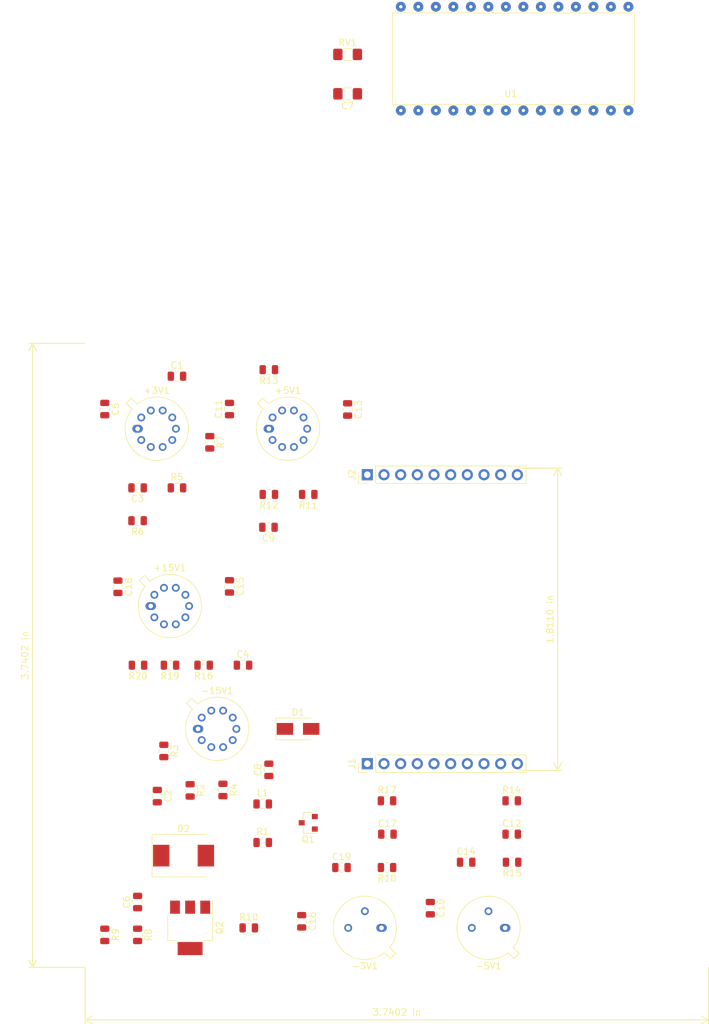
<source format=kicad_pcb>
(kicad_pcb (version 20171130) (host pcbnew "(5.1.4)-1")

  (general
    (thickness 1.6)
    (drawings 3)
    (tracks 0)
    (zones 0)
    (modules 54)
    (nets 69)
  )

  (page A4)
  (layers
    (0 F.Cu signal)
    (31 B.Cu signal)
    (32 B.Adhes user)
    (33 F.Adhes user)
    (34 B.Paste user)
    (35 F.Paste user)
    (36 B.SilkS user)
    (37 F.SilkS user)
    (38 B.Mask user)
    (39 F.Mask user)
    (40 Dwgs.User user)
    (41 Cmts.User user)
    (42 Eco1.User user)
    (43 Eco2.User user)
    (44 Edge.Cuts user)
    (45 Margin user)
    (46 B.CrtYd user)
    (47 F.CrtYd user)
    (48 B.Fab user)
    (49 F.Fab user)
  )

  (setup
    (last_trace_width 0.25)
    (trace_clearance 0.2)
    (zone_clearance 0.508)
    (zone_45_only no)
    (trace_min 0.2)
    (via_size 0.8)
    (via_drill 0.4)
    (via_min_size 0.4)
    (via_min_drill 0.3)
    (uvia_size 0.3)
    (uvia_drill 0.1)
    (uvias_allowed no)
    (uvia_min_size 0.2)
    (uvia_min_drill 0.1)
    (edge_width 0.1)
    (segment_width 0.2)
    (pcb_text_width 0.3)
    (pcb_text_size 1.5 1.5)
    (mod_edge_width 0.15)
    (mod_text_size 1 1)
    (mod_text_width 0.15)
    (pad_size 1.524 1.524)
    (pad_drill 0.762)
    (pad_to_mask_clearance 0)
    (aux_axis_origin 0 0)
    (visible_elements 7FFFFFFF)
    (pcbplotparams
      (layerselection 0x010fc_ffffffff)
      (usegerberextensions false)
      (usegerberattributes false)
      (usegerberadvancedattributes false)
      (creategerberjobfile false)
      (excludeedgelayer true)
      (linewidth 0.100000)
      (plotframeref false)
      (viasonmask false)
      (mode 1)
      (useauxorigin false)
      (hpglpennumber 1)
      (hpglpenspeed 20)
      (hpglpendiameter 15.000000)
      (psnegative false)
      (psa4output false)
      (plotreference true)
      (plotvalue true)
      (plotinvisibletext false)
      (padsonsilk false)
      (subtractmaskfromsilk false)
      (outputformat 1)
      (mirror false)
      (drillshape 1)
      (scaleselection 1)
      (outputdirectory ""))
  )

  (net 0 "")
  (net 1 GND)
  (net 2 "Net-(C2-Pad2)")
  (net 3 /-15V)
  (net 4 /-5V)
  (net 5 /-3V)
  (net 6 /Vin)
  (net 7 "Net-(D1-Pad1)")
  (net 8 "Net-(D2-Pad1)")
  (net 9 "Net-(J1-Pad9)")
  (net 10 "Net-(J1-Pad8)")
  (net 11 "Net-(J1-Pad7)")
  (net 12 "Net-(J1-Pad6)")
  (net 13 "Net-(J1-Pad4)")
  (net 14 "Net-(J1-Pad3)")
  (net 15 "Net-(J1-Pad2)")
  (net 16 "Net-(J2-Pad8)")
  (net 17 "Net-(J2-Pad7)")
  (net 18 /+5V)
  (net 19 /+3V)
  (net 20 /+15V)
  (net 21 "Net-(Q1-Pad2)")
  (net 22 "Net-(Q2-Pad1)")
  (net 23 "Net-(+15V1-Pad9)")
  (net 24 "Net-(+15V1-Pad4)")
  (net 25 "Net-(+3V1-Pad9)")
  (net 26 "Net-(+3V1-Pad4)")
  (net 27 "Net-(+3V1-Pad3)")
  (net 28 "Net-(+3V1-Pad2)")
  (net 29 "Net-(+5V1-Pad9)")
  (net 30 "Net-(+5V1-Pad4)")
  (net 31 "Net-(+5V1-Pad3)")
  (net 32 "Net-(+5V1-Pad2)")
  (net 33 "Net-(-15V1-Pad9)")
  (net 34 "Net-(-15V1-Pad6)")
  (net 35 "Net-(-15V1-Pad2)")
  (net 36 "Net-(-15V1-Pad3)")
  (net 37 "Net-(-3V1-Pad1)")
  (net 38 "Net-(-5V1-Pad1)")
  (net 39 "Net-(J1-Pad5)")
  (net 40 "Net-(J1-Pad1)")
  (net 41 "Net-(J2-Pad9)")
  (net 42 "Net-(J2-Pad6)")
  (net 43 "Net-(J2-Pad5)")
  (net 44 "Net-(J2-Pad4)")
  (net 45 "Net-(J2-Pad3)")
  (net 46 "Net-(J2-Pad2)")
  (net 47 "Net-(J2-Pad1)")
  (net 48 "Net-(J1-Pad10)")
  (net 49 "Net-(J2-Pad10)")
  (net 50 "Net-(+15V1-Pad3)")
  (net 51 "Net-(+15V1-Pad2)")
  (net 52 "Net-(C7-Pad2)")
  (net 53 "Net-(C7-Pad1)")
  (net 54 "Net-(RV1-Pad2)")
  (net 55 "Net-(RV1-Pad1)")
  (net 56 /MSP430_P2.3)
  (net 57 /MSP430_P2.2)
  (net 58 /MSP430_P2.1)
  (net 59 /MSP430_P2.0)
  (net 60 /MSP430_P1.7)
  (net 61 /MSP430_P1.6)
  (net 62 /MSP430_P1.5)
  (net 63 /MSP430_P1.4)
  (net 64 /MSP430_P1.3)
  (net 65 /MSP430_P1.2)
  (net 66 /MSP430_P1.1)
  (net 67 /MSP430_P1.0)
  (net 68 /MSP430_gpio)

  (net_class Default "This is the default net class."
    (clearance 0.2)
    (trace_width 0.25)
    (via_dia 0.8)
    (via_drill 0.4)
    (uvia_dia 0.3)
    (uvia_drill 0.1)
    (add_net /+15V)
    (add_net /+3V)
    (add_net /+5V)
    (add_net /-15V)
    (add_net /-3V)
    (add_net /-5V)
    (add_net /MSP430_P1.0)
    (add_net /MSP430_P1.1)
    (add_net /MSP430_P1.2)
    (add_net /MSP430_P1.3)
    (add_net /MSP430_P1.4)
    (add_net /MSP430_P1.5)
    (add_net /MSP430_P1.6)
    (add_net /MSP430_P1.7)
    (add_net /MSP430_P2.0)
    (add_net /MSP430_P2.1)
    (add_net /MSP430_P2.2)
    (add_net /MSP430_P2.3)
    (add_net /MSP430_gpio)
    (add_net /Vin)
    (add_net GND)
    (add_net "Net-(+15V1-Pad2)")
    (add_net "Net-(+15V1-Pad3)")
    (add_net "Net-(+15V1-Pad4)")
    (add_net "Net-(+15V1-Pad9)")
    (add_net "Net-(+3V1-Pad2)")
    (add_net "Net-(+3V1-Pad3)")
    (add_net "Net-(+3V1-Pad4)")
    (add_net "Net-(+3V1-Pad9)")
    (add_net "Net-(+5V1-Pad2)")
    (add_net "Net-(+5V1-Pad3)")
    (add_net "Net-(+5V1-Pad4)")
    (add_net "Net-(+5V1-Pad9)")
    (add_net "Net-(-15V1-Pad2)")
    (add_net "Net-(-15V1-Pad3)")
    (add_net "Net-(-15V1-Pad6)")
    (add_net "Net-(-15V1-Pad9)")
    (add_net "Net-(-3V1-Pad1)")
    (add_net "Net-(-5V1-Pad1)")
    (add_net "Net-(C2-Pad2)")
    (add_net "Net-(C7-Pad1)")
    (add_net "Net-(C7-Pad2)")
    (add_net "Net-(D1-Pad1)")
    (add_net "Net-(D2-Pad1)")
    (add_net "Net-(J1-Pad1)")
    (add_net "Net-(J1-Pad10)")
    (add_net "Net-(J1-Pad2)")
    (add_net "Net-(J1-Pad3)")
    (add_net "Net-(J1-Pad4)")
    (add_net "Net-(J1-Pad5)")
    (add_net "Net-(J1-Pad6)")
    (add_net "Net-(J1-Pad7)")
    (add_net "Net-(J1-Pad8)")
    (add_net "Net-(J1-Pad9)")
    (add_net "Net-(J2-Pad1)")
    (add_net "Net-(J2-Pad10)")
    (add_net "Net-(J2-Pad2)")
    (add_net "Net-(J2-Pad3)")
    (add_net "Net-(J2-Pad4)")
    (add_net "Net-(J2-Pad5)")
    (add_net "Net-(J2-Pad6)")
    (add_net "Net-(J2-Pad7)")
    (add_net "Net-(J2-Pad8)")
    (add_net "Net-(J2-Pad9)")
    (add_net "Net-(Q1-Pad2)")
    (add_net "Net-(Q2-Pad1)")
    (add_net "Net-(RV1-Pad1)")
    (add_net "Net-(RV1-Pad2)")
  )

  (module Resistor_SMD:R_1206_3216Metric_Pad1.42x1.75mm_HandSolder (layer F.Cu) (tedit 5B301BBD) (tstamp 5E46E28D)
    (at 52 37)
    (descr "Resistor SMD 1206 (3216 Metric), square (rectangular) end terminal, IPC_7351 nominal with elongated pad for handsoldering. (Body size source: http://www.tortai-tech.com/upload/download/2011102023233369053.pdf), generated with kicad-footprint-generator")
    (tags "resistor handsolder")
    (path /5E4EA4E9)
    (attr smd)
    (fp_text reference RV1 (at 0 -1.82) (layer F.SilkS)
      (effects (font (size 1 1) (thickness 0.15)))
    )
    (fp_text value 100 (at 0 1.82) (layer F.Fab)
      (effects (font (size 1 1) (thickness 0.15)))
    )
    (fp_text user %R (at 0 0) (layer F.Fab)
      (effects (font (size 0.8 0.8) (thickness 0.12)))
    )
    (fp_line (start 2.45 1.12) (end -2.45 1.12) (layer F.CrtYd) (width 0.05))
    (fp_line (start 2.45 -1.12) (end 2.45 1.12) (layer F.CrtYd) (width 0.05))
    (fp_line (start -2.45 -1.12) (end 2.45 -1.12) (layer F.CrtYd) (width 0.05))
    (fp_line (start -2.45 1.12) (end -2.45 -1.12) (layer F.CrtYd) (width 0.05))
    (fp_line (start -0.602064 0.91) (end 0.602064 0.91) (layer F.SilkS) (width 0.12))
    (fp_line (start -0.602064 -0.91) (end 0.602064 -0.91) (layer F.SilkS) (width 0.12))
    (fp_line (start 1.6 0.8) (end -1.6 0.8) (layer F.Fab) (width 0.1))
    (fp_line (start 1.6 -0.8) (end 1.6 0.8) (layer F.Fab) (width 0.1))
    (fp_line (start -1.6 -0.8) (end 1.6 -0.8) (layer F.Fab) (width 0.1))
    (fp_line (start -1.6 0.8) (end -1.6 -0.8) (layer F.Fab) (width 0.1))
    (pad 2 smd roundrect (at 1.4875 0) (size 1.425 1.75) (layers F.Cu F.Paste F.Mask) (roundrect_rratio 0.175439)
      (net 54 "Net-(RV1-Pad2)"))
    (pad 1 smd roundrect (at -1.4875 0) (size 1.425 1.75) (layers F.Cu F.Paste F.Mask) (roundrect_rratio 0.175439)
      (net 55 "Net-(RV1-Pad1)"))
    (model ${KISYS3DMOD}/Resistor_SMD.3dshapes/R_1206_3216Metric.wrl
      (at (xyz 0 0 0))
      (scale (xyz 1 1 1))
      (rotate (xyz 0 0 0))
    )
  )

  (module Capacitor_SMD:C_1206_3216Metric_Pad1.42x1.75mm_HandSolder (layer F.Cu) (tedit 5B301BBE) (tstamp 5E46DD88)
    (at 52 43 180)
    (descr "Capacitor SMD 1206 (3216 Metric), square (rectangular) end terminal, IPC_7351 nominal with elongated pad for handsoldering. (Body size source: http://www.tortai-tech.com/upload/download/2011102023233369053.pdf), generated with kicad-footprint-generator")
    (tags "capacitor handsolder")
    (path /5E465F6F)
    (attr smd)
    (fp_text reference C7 (at 0 -1.82) (layer F.SilkS)
      (effects (font (size 1 1) (thickness 0.15)))
    )
    (fp_text value 20pF (at 0 1.82) (layer F.Fab)
      (effects (font (size 1 1) (thickness 0.15)))
    )
    (fp_text user %R (at 0 0) (layer F.Fab)
      (effects (font (size 0.8 0.8) (thickness 0.12)))
    )
    (fp_line (start 2.45 1.12) (end -2.45 1.12) (layer F.CrtYd) (width 0.05))
    (fp_line (start 2.45 -1.12) (end 2.45 1.12) (layer F.CrtYd) (width 0.05))
    (fp_line (start -2.45 -1.12) (end 2.45 -1.12) (layer F.CrtYd) (width 0.05))
    (fp_line (start -2.45 1.12) (end -2.45 -1.12) (layer F.CrtYd) (width 0.05))
    (fp_line (start -0.602064 0.91) (end 0.602064 0.91) (layer F.SilkS) (width 0.12))
    (fp_line (start -0.602064 -0.91) (end 0.602064 -0.91) (layer F.SilkS) (width 0.12))
    (fp_line (start 1.6 0.8) (end -1.6 0.8) (layer F.Fab) (width 0.1))
    (fp_line (start 1.6 -0.8) (end 1.6 0.8) (layer F.Fab) (width 0.1))
    (fp_line (start -1.6 -0.8) (end 1.6 -0.8) (layer F.Fab) (width 0.1))
    (fp_line (start -1.6 0.8) (end -1.6 -0.8) (layer F.Fab) (width 0.1))
    (pad 2 smd roundrect (at 1.4875 0 180) (size 1.425 1.75) (layers F.Cu F.Paste F.Mask) (roundrect_rratio 0.175439)
      (net 52 "Net-(C7-Pad2)"))
    (pad 1 smd roundrect (at -1.4875 0 180) (size 1.425 1.75) (layers F.Cu F.Paste F.Mask) (roundrect_rratio 0.175439)
      (net 53 "Net-(C7-Pad1)"))
    (model ${KISYS3DMOD}/Capacitor_SMD.3dshapes/C_1206_3216Metric.wrl
      (at (xyz 0 0 0))
      (scale (xyz 1 1 1))
      (rotate (xyz 0 0 0))
    )
  )

  (module Diode_SMD:D_SMC (layer F.Cu) (tedit 5E44B33C) (tstamp 5E44EB77)
    (at 27 159)
    (descr "Diode SMC (DO-214AB)")
    (tags "Diode SMC (DO-214AB)")
    (path /5DCEA616)
    (attr smd)
    (fp_text reference D2 (at 0 -4.1 180) (layer F.SilkS)
      (effects (font (size 1 1) (thickness 0.15)))
    )
    (fp_text value DIODE (at 0 4.2 180) (layer F.Fab)
      (effects (font (size 1 1) (thickness 0.15)))
    )
    (fp_line (start -4.8 -3.25) (end 3.6 -3.25) (layer F.SilkS) (width 0.12))
    (fp_line (start -4.8 3.25) (end 3.6 3.25) (layer F.SilkS) (width 0.12))
    (fp_line (start -0.64944 0.00102) (end 0.50118 -0.79908) (layer F.Fab) (width 0.1))
    (fp_line (start -0.64944 0.00102) (end 0.50118 0.75032) (layer F.Fab) (width 0.1))
    (fp_line (start 0.50118 0.75032) (end 0.50118 -0.79908) (layer F.Fab) (width 0.1))
    (fp_line (start -0.64944 -0.79908) (end -0.64944 0.80112) (layer F.Fab) (width 0.1))
    (fp_line (start 0.50118 0.00102) (end 1.4994 0.00102) (layer F.Fab) (width 0.1))
    (fp_line (start -0.64944 0.00102) (end -1.55114 0.00102) (layer F.Fab) (width 0.1))
    (fp_line (start -4.9 3.35) (end -4.9 -3.35) (layer F.CrtYd) (width 0.05))
    (fp_line (start 4.9 3.35) (end -4.9 3.35) (layer F.CrtYd) (width 0.05))
    (fp_line (start 4.9 -3.35) (end 4.9 3.35) (layer F.CrtYd) (width 0.05))
    (fp_line (start -4.9 -3.35) (end 4.9 -3.35) (layer F.CrtYd) (width 0.05))
    (fp_line (start 3.55 -3.1) (end -3.55 -3.1) (layer F.Fab) (width 0.1))
    (fp_line (start 3.55 -3.1) (end 3.55 3.1) (layer F.Fab) (width 0.1))
    (fp_line (start -3.55 3.1) (end -3.55 -3.1) (layer F.Fab) (width 0.1))
    (fp_line (start 3.55 3.1) (end -3.55 3.1) (layer F.Fab) (width 0.1))
    (fp_line (start -4.8 3.25) (end -4.8 -3.25) (layer F.SilkS) (width 0.12))
    (fp_text user %R (at 0 -1.9 180) (layer F.Fab)
      (effects (font (size 1 1) (thickness 0.15)))
    )
    (pad 1 smd rect (at 3.4 0 90) (size 3.3 2.5) (layers F.Cu F.Paste F.Mask)
      (net 8 "Net-(D2-Pad1)"))
    (pad 2 smd rect (at -3.4 0 90) (size 3.3 2.5) (layers F.Cu F.Paste F.Mask)
      (net 1 GND))
    (model ${KISYS3DMOD}/Diode_SMD.3dshapes/D_SMC.wrl
      (at (xyz 0 0 0))
      (scale (xyz 1 1 1))
      (rotate (xyz 0 0 0))
    )
  )

  (module Diode_SMD:D_SMA (layer F.Cu) (tedit 5E44B2FD) (tstamp 5E44EB5F)
    (at 44.45 139.7)
    (descr "Diode SMA (DO-214AC)")
    (tags "Diode SMA (DO-214AC)")
    (path /5DD5193C)
    (attr smd)
    (fp_text reference D1 (at 0 -2.5) (layer F.SilkS)
      (effects (font (size 1 1) (thickness 0.15)))
    )
    (fp_text value DIODE (at 0 2.6) (layer F.Fab)
      (effects (font (size 1 1) (thickness 0.15)))
    )
    (fp_line (start -3.4 -1.65) (end 2 -1.65) (layer F.SilkS) (width 0.12))
    (fp_line (start -3.4 1.65) (end 2 1.65) (layer F.SilkS) (width 0.12))
    (fp_line (start -0.64944 0.00102) (end 0.50118 -0.79908) (layer F.Fab) (width 0.1))
    (fp_line (start -0.64944 0.00102) (end 0.50118 0.75032) (layer F.Fab) (width 0.1))
    (fp_line (start 0.50118 0.75032) (end 0.50118 -0.79908) (layer F.Fab) (width 0.1))
    (fp_line (start -0.64944 -0.79908) (end -0.64944 0.80112) (layer F.Fab) (width 0.1))
    (fp_line (start 0.50118 0.00102) (end 1.4994 0.00102) (layer F.Fab) (width 0.1))
    (fp_line (start -0.64944 0.00102) (end -1.55114 0.00102) (layer F.Fab) (width 0.1))
    (fp_line (start -3.5 1.75) (end -3.5 -1.75) (layer F.CrtYd) (width 0.05))
    (fp_line (start 3.5 1.75) (end -3.5 1.75) (layer F.CrtYd) (width 0.05))
    (fp_line (start 3.5 -1.75) (end 3.5 1.75) (layer F.CrtYd) (width 0.05))
    (fp_line (start -3.5 -1.75) (end 3.5 -1.75) (layer F.CrtYd) (width 0.05))
    (fp_line (start 2.3 -1.5) (end -2.3 -1.5) (layer F.Fab) (width 0.1))
    (fp_line (start 2.3 -1.5) (end 2.3 1.5) (layer F.Fab) (width 0.1))
    (fp_line (start -2.3 1.5) (end -2.3 -1.5) (layer F.Fab) (width 0.1))
    (fp_line (start 2.3 1.5) (end -2.3 1.5) (layer F.Fab) (width 0.1))
    (fp_line (start -3.4 -1.65) (end -3.4 1.65) (layer F.SilkS) (width 0.12))
    (fp_text user %R (at 0 -2.5) (layer F.Fab)
      (effects (font (size 1 1) (thickness 0.15)))
    )
    (pad 1 smd rect (at 2 0) (size 2.5 1.8) (layers F.Cu F.Paste F.Mask)
      (net 7 "Net-(D1-Pad1)"))
    (pad 2 smd rect (at -2 0) (size 2.5 1.8) (layers F.Cu F.Paste F.Mask)
      (net 34 "Net-(-15V1-Pad6)"))
    (model ${KISYS3DMOD}/Diode_SMD.3dshapes/D_SMA.wrl
      (at (xyz 0 0 0))
      (scale (xyz 1 1 1))
      (rotate (xyz 0 0 0))
    )
  )

  (module REDD_main_board:AD667_12-bit_DAC (layer F.Cu) (tedit 5E323600) (tstamp 5E4746E5)
    (at 69 43)
    (path /5E33FF68)
    (fp_text reference U1 (at 7.874 0) (layer F.SilkS)
      (effects (font (size 1 1) (thickness 0.15)))
    )
    (fp_text value AD667 (at 7.747 -10.16) (layer F.Fab)
      (effects (font (size 1 1) (thickness 0.15)))
    )
    (fp_line (start 26.924 -14.224) (end -10.414 -14.224) (layer F.CrtYd) (width 0.12))
    (fp_line (start 26.924 -13.97) (end 26.924 -14.224) (layer F.CrtYd) (width 0.12))
    (fp_line (start 26.924 3.556) (end -10.414 3.556) (layer F.CrtYd) (width 0.12))
    (fp_line (start -10.414 -13.97) (end -10.414 -14.224) (layer F.CrtYd) (width 0.12))
    (fp_line (start -10.414 3.556) (end -10.414 -13.97) (layer F.CrtYd) (width 0.12))
    (fp_line (start 26.924 -13.97) (end 26.924 3.556) (layer F.CrtYd) (width 0.12))
    (fp_line (start 26.67 -12.319) (end 26.67 1.651) (layer F.SilkS) (width 0.12))
    (fp_line (start -10.16 -12.319) (end -10.16 1.651) (layer F.SilkS) (width 0.12))
    (fp_line (start -10.16 1.651) (end 26.67 1.651) (layer F.SilkS) (width 0.12))
    (fp_line (start -10.16 -12.319) (end 26.67 -12.319) (layer F.SilkS) (width 0.12))
    (pad 28 thru_hole circle (at 25.781 -13.26) (size 1.524 1.524) (drill 0.508) (layers *.Cu *.Mask)
      (net 56 /MSP430_P2.3))
    (pad 27 thru_hole circle (at 23.114 -13.26) (size 1.524 1.524) (drill 0.508) (layers *.Cu *.Mask)
      (net 57 /MSP430_P2.2))
    (pad 26 thru_hole circle (at 20.447 -13.26) (size 1.524 1.524) (drill 0.508) (layers *.Cu *.Mask)
      (net 58 /MSP430_P2.1))
    (pad 25 thru_hole circle (at 17.78 -13.26) (size 1.524 1.524) (drill 0.508) (layers *.Cu *.Mask)
      (net 59 /MSP430_P2.0))
    (pad 24 thru_hole circle (at 15.113 -13.26) (size 1.524 1.524) (drill 0.508) (layers *.Cu *.Mask)
      (net 60 /MSP430_P1.7))
    (pad 23 thru_hole circle (at 12.446 -13.26) (size 1.524 1.524) (drill 0.508) (layers *.Cu *.Mask)
      (net 61 /MSP430_P1.6))
    (pad 22 thru_hole circle (at 9.779 -13.26) (size 1.524 1.524) (drill 0.508) (layers *.Cu *.Mask)
      (net 62 /MSP430_P1.5))
    (pad 21 thru_hole circle (at 7.112 -13.26) (size 1.524 1.524) (drill 0.508) (layers *.Cu *.Mask)
      (net 63 /MSP430_P1.4))
    (pad 20 thru_hole circle (at 4.445 -13.26) (size 1.524 1.524) (drill 0.508) (layers *.Cu *.Mask)
      (net 64 /MSP430_P1.3))
    (pad 19 thru_hole circle (at 1.778 -13.26) (size 1.524 1.524) (drill 0.508) (layers *.Cu *.Mask)
      (net 65 /MSP430_P1.2))
    (pad 18 thru_hole circle (at -0.889 -13.26) (size 1.524 1.524) (drill 0.508) (layers *.Cu *.Mask)
      (net 66 /MSP430_P1.1))
    (pad 17 thru_hole circle (at -3.556 -13.26) (size 1.524 1.524) (drill 0.508) (layers *.Cu *.Mask)
      (net 67 /MSP430_P1.0))
    (pad 16 thru_hole circle (at -6.223 -13.26) (size 1.524 1.524) (drill 0.508) (layers *.Cu *.Mask)
      (net 1 GND))
    (pad 15 thru_hole circle (at -8.89 -13.26) (size 1.524 1.524) (drill 0.508) (layers *.Cu *.Mask)
      (net 1 GND))
    (pad 14 thru_hole circle (at 25.784 2.54) (size 1.524 1.524) (drill 0.508) (layers *.Cu *.Mask)
      (net 1 GND))
    (pad 13 thru_hole circle (at 23.117 2.54) (size 1.524 1.524) (drill 0.508) (layers *.Cu *.Mask)
      (net 1 GND))
    (pad 12 thru_hole circle (at 20.45 2.54) (size 1.524 1.524) (drill 0.508) (layers *.Cu *.Mask)
      (net 1 GND))
    (pad 11 thru_hole circle (at 17.783 2.54) (size 1.524 1.524) (drill 0.508) (layers *.Cu *.Mask)
      (net 68 /MSP430_gpio))
    (pad 10 thru_hole circle (at 15.116 2.54) (size 1.524 1.524) (drill 0.508) (layers *.Cu *.Mask)
      (net 3 /-15V))
    (pad 9 thru_hole circle (at 12.449 2.54) (size 1.524 1.524) (drill 0.508) (layers *.Cu *.Mask)
      (net 53 "Net-(C7-Pad1)"))
    (pad 8 thru_hole circle (at 9.782 2.54) (size 1.524 1.524) (drill 0.508) (layers *.Cu *.Mask)
      (net 20 /+15V))
    (pad 7 thru_hole circle (at 7.115 2.54) (size 1.524 1.524) (drill 0.508) (layers *.Cu *.Mask)
      (net 54 "Net-(RV1-Pad2)"))
    (pad 6 thru_hole circle (at 4.448 2.54) (size 1.524 1.524) (drill 0.508) (layers *.Cu *.Mask)
      (net 55 "Net-(RV1-Pad1)"))
    (pad 5 thru_hole circle (at 1.781 2.54) (size 1.524 1.524) (drill 0.508) (layers *.Cu *.Mask)
      (net 1 GND))
    (pad 4 thru_hole circle (at -0.886 2.54) (size 1.524 1.524) (drill 0.508) (layers *.Cu *.Mask)
      (net 1 GND))
    (pad 3 thru_hole circle (at -3.553 2.54) (size 1.524 1.524) (drill 0.508) (layers *.Cu *.Mask)
      (net 52 "Net-(C7-Pad2)"))
    (pad 2 thru_hole circle (at -6.22 2.54) (size 1.524 1.524) (drill 0.508) (layers *.Cu *.Mask)
      (net 53 "Net-(C7-Pad1)"))
    (pad 1 thru_hole circle (at -8.89 2.54) (size 1.524 1.524) (drill 0.508) (layers *.Cu *.Mask)
      (net 53 "Net-(C7-Pad1)"))
  )

  (module Resistor_SMD:R_0805_2012Metric (layer F.Cu) (tedit 5B36C52B) (tstamp 5E44ED7F)
    (at 20.0625 130 180)
    (descr "Resistor SMD 0805 (2012 Metric), square (rectangular) end terminal, IPC_7351 nominal, (Body size source: https://docs.google.com/spreadsheets/d/1BsfQQcO9C6DZCsRaXUlFlo91Tg2WpOkGARC1WS5S8t0/edit?usp=sharing), generated with kicad-footprint-generator")
    (tags resistor)
    (path /5DCC8F74)
    (attr smd)
    (fp_text reference R20 (at 0 -1.65) (layer F.SilkS)
      (effects (font (size 1 1) (thickness 0.15)))
    )
    (fp_text value 7.15K (at 0 1.65) (layer F.Fab)
      (effects (font (size 1 1) (thickness 0.15)))
    )
    (fp_text user %R (at 0 0) (layer F.Fab)
      (effects (font (size 0.5 0.5) (thickness 0.08)))
    )
    (fp_line (start 1.68 0.95) (end -1.68 0.95) (layer F.CrtYd) (width 0.05))
    (fp_line (start 1.68 -0.95) (end 1.68 0.95) (layer F.CrtYd) (width 0.05))
    (fp_line (start -1.68 -0.95) (end 1.68 -0.95) (layer F.CrtYd) (width 0.05))
    (fp_line (start -1.68 0.95) (end -1.68 -0.95) (layer F.CrtYd) (width 0.05))
    (fp_line (start -0.258578 0.71) (end 0.258578 0.71) (layer F.SilkS) (width 0.12))
    (fp_line (start -0.258578 -0.71) (end 0.258578 -0.71) (layer F.SilkS) (width 0.12))
    (fp_line (start 1 0.6) (end -1 0.6) (layer F.Fab) (width 0.1))
    (fp_line (start 1 -0.6) (end 1 0.6) (layer F.Fab) (width 0.1))
    (fp_line (start -1 -0.6) (end 1 -0.6) (layer F.Fab) (width 0.1))
    (fp_line (start -1 0.6) (end -1 -0.6) (layer F.Fab) (width 0.1))
    (pad 2 smd roundrect (at 0.9375 0 180) (size 0.975 1.4) (layers F.Cu F.Paste F.Mask) (roundrect_rratio 0.25)
      (net 1 GND))
    (pad 1 smd roundrect (at -0.9375 0 180) (size 0.975 1.4) (layers F.Cu F.Paste F.Mask) (roundrect_rratio 0.25)
      (net 51 "Net-(+15V1-Pad2)"))
    (model ${KISYS3DMOD}/Resistor_SMD.3dshapes/R_0805_2012Metric.wrl
      (at (xyz 0 0 0))
      (scale (xyz 1 1 1))
      (rotate (xyz 0 0 0))
    )
  )

  (module Resistor_SMD:R_0805_2012Metric (layer F.Cu) (tedit 5B36C52B) (tstamp 5E44ED6E)
    (at 24.9375 130 180)
    (descr "Resistor SMD 0805 (2012 Metric), square (rectangular) end terminal, IPC_7351 nominal, (Body size source: https://docs.google.com/spreadsheets/d/1BsfQQcO9C6DZCsRaXUlFlo91Tg2WpOkGARC1WS5S8t0/edit?usp=sharing), generated with kicad-footprint-generator")
    (tags resistor)
    (path /5DCC8357)
    (attr smd)
    (fp_text reference R19 (at 0 -1.65) (layer F.SilkS)
      (effects (font (size 1 1) (thickness 0.15)))
    )
    (fp_text value 7.87K (at 0 1.65) (layer F.Fab)
      (effects (font (size 1 1) (thickness 0.15)))
    )
    (fp_text user %R (at 0 0) (layer F.Fab)
      (effects (font (size 0.5 0.5) (thickness 0.08)))
    )
    (fp_line (start 1.68 0.95) (end -1.68 0.95) (layer F.CrtYd) (width 0.05))
    (fp_line (start 1.68 -0.95) (end 1.68 0.95) (layer F.CrtYd) (width 0.05))
    (fp_line (start -1.68 -0.95) (end 1.68 -0.95) (layer F.CrtYd) (width 0.05))
    (fp_line (start -1.68 0.95) (end -1.68 -0.95) (layer F.CrtYd) (width 0.05))
    (fp_line (start -0.258578 0.71) (end 0.258578 0.71) (layer F.SilkS) (width 0.12))
    (fp_line (start -0.258578 -0.71) (end 0.258578 -0.71) (layer F.SilkS) (width 0.12))
    (fp_line (start 1 0.6) (end -1 0.6) (layer F.Fab) (width 0.1))
    (fp_line (start 1 -0.6) (end 1 0.6) (layer F.Fab) (width 0.1))
    (fp_line (start -1 -0.6) (end 1 -0.6) (layer F.Fab) (width 0.1))
    (fp_line (start -1 0.6) (end -1 -0.6) (layer F.Fab) (width 0.1))
    (pad 2 smd roundrect (at 0.9375 0 180) (size 0.975 1.4) (layers F.Cu F.Paste F.Mask) (roundrect_rratio 0.25)
      (net 51 "Net-(+15V1-Pad2)"))
    (pad 1 smd roundrect (at -0.9375 0 180) (size 0.975 1.4) (layers F.Cu F.Paste F.Mask) (roundrect_rratio 0.25)
      (net 20 /+15V))
    (model ${KISYS3DMOD}/Resistor_SMD.3dshapes/R_0805_2012Metric.wrl
      (at (xyz 0 0 0))
      (scale (xyz 1 1 1))
      (rotate (xyz 0 0 0))
    )
  )

  (module Resistor_SMD:R_0805_2012Metric (layer F.Cu) (tedit 5B36C52B) (tstamp 5E44ED5D)
    (at 58 160.81 180)
    (descr "Resistor SMD 0805 (2012 Metric), square (rectangular) end terminal, IPC_7351 nominal, (Body size source: https://docs.google.com/spreadsheets/d/1BsfQQcO9C6DZCsRaXUlFlo91Tg2WpOkGARC1WS5S8t0/edit?usp=sharing), generated with kicad-footprint-generator")
    (tags resistor)
    (path /5DE6146D)
    (attr smd)
    (fp_text reference R18 (at 0 -1.65) (layer F.SilkS)
      (effects (font (size 1 1) (thickness 0.15)))
    )
    (fp_text value 100 (at 0 1.65) (layer F.Fab)
      (effects (font (size 1 1) (thickness 0.15)))
    )
    (fp_text user %R (at 0 0) (layer F.Fab)
      (effects (font (size 0.5 0.5) (thickness 0.08)))
    )
    (fp_line (start 1.68 0.95) (end -1.68 0.95) (layer F.CrtYd) (width 0.05))
    (fp_line (start 1.68 -0.95) (end 1.68 0.95) (layer F.CrtYd) (width 0.05))
    (fp_line (start -1.68 -0.95) (end 1.68 -0.95) (layer F.CrtYd) (width 0.05))
    (fp_line (start -1.68 0.95) (end -1.68 -0.95) (layer F.CrtYd) (width 0.05))
    (fp_line (start -0.258578 0.71) (end 0.258578 0.71) (layer F.SilkS) (width 0.12))
    (fp_line (start -0.258578 -0.71) (end 0.258578 -0.71) (layer F.SilkS) (width 0.12))
    (fp_line (start 1 0.6) (end -1 0.6) (layer F.Fab) (width 0.1))
    (fp_line (start 1 -0.6) (end 1 0.6) (layer F.Fab) (width 0.1))
    (fp_line (start -1 -0.6) (end 1 -0.6) (layer F.Fab) (width 0.1))
    (fp_line (start -1 0.6) (end -1 -0.6) (layer F.Fab) (width 0.1))
    (pad 2 smd roundrect (at 0.9375 0 180) (size 0.975 1.4) (layers F.Cu F.Paste F.Mask) (roundrect_rratio 0.25)
      (net 5 /-3V))
    (pad 1 smd roundrect (at -0.9375 0 180) (size 0.975 1.4) (layers F.Cu F.Paste F.Mask) (roundrect_rratio 0.25)
      (net 37 "Net-(-3V1-Pad1)"))
    (model ${KISYS3DMOD}/Resistor_SMD.3dshapes/R_0805_2012Metric.wrl
      (at (xyz 0 0 0))
      (scale (xyz 1 1 1))
      (rotate (xyz 0 0 0))
    )
  )

  (module Resistor_SMD:R_0805_2012Metric (layer F.Cu) (tedit 5B36C52B) (tstamp 5E44ED4C)
    (at 58 150.65)
    (descr "Resistor SMD 0805 (2012 Metric), square (rectangular) end terminal, IPC_7351 nominal, (Body size source: https://docs.google.com/spreadsheets/d/1BsfQQcO9C6DZCsRaXUlFlo91Tg2WpOkGARC1WS5S8t0/edit?usp=sharing), generated with kicad-footprint-generator")
    (tags resistor)
    (path /5DE61463)
    (attr smd)
    (fp_text reference R17 (at 0 -1.65) (layer F.SilkS)
      (effects (font (size 1 1) (thickness 0.15)))
    )
    (fp_text value 140 (at 0 1.65) (layer F.Fab)
      (effects (font (size 1 1) (thickness 0.15)))
    )
    (fp_text user %R (at 0 0) (layer F.Fab)
      (effects (font (size 0.5 0.5) (thickness 0.08)))
    )
    (fp_line (start 1.68 0.95) (end -1.68 0.95) (layer F.CrtYd) (width 0.05))
    (fp_line (start 1.68 -0.95) (end 1.68 0.95) (layer F.CrtYd) (width 0.05))
    (fp_line (start -1.68 -0.95) (end 1.68 -0.95) (layer F.CrtYd) (width 0.05))
    (fp_line (start -1.68 0.95) (end -1.68 -0.95) (layer F.CrtYd) (width 0.05))
    (fp_line (start -0.258578 0.71) (end 0.258578 0.71) (layer F.SilkS) (width 0.12))
    (fp_line (start -0.258578 -0.71) (end 0.258578 -0.71) (layer F.SilkS) (width 0.12))
    (fp_line (start 1 0.6) (end -1 0.6) (layer F.Fab) (width 0.1))
    (fp_line (start 1 -0.6) (end 1 0.6) (layer F.Fab) (width 0.1))
    (fp_line (start -1 -0.6) (end 1 -0.6) (layer F.Fab) (width 0.1))
    (fp_line (start -1 0.6) (end -1 -0.6) (layer F.Fab) (width 0.1))
    (pad 2 smd roundrect (at 0.9375 0) (size 0.975 1.4) (layers F.Cu F.Paste F.Mask) (roundrect_rratio 0.25)
      (net 37 "Net-(-3V1-Pad1)"))
    (pad 1 smd roundrect (at -0.9375 0) (size 0.975 1.4) (layers F.Cu F.Paste F.Mask) (roundrect_rratio 0.25)
      (net 1 GND))
    (model ${KISYS3DMOD}/Resistor_SMD.3dshapes/R_0805_2012Metric.wrl
      (at (xyz 0 0 0))
      (scale (xyz 1 1 1))
      (rotate (xyz 0 0 0))
    )
  )

  (module Resistor_SMD:R_0805_2012Metric (layer F.Cu) (tedit 5B36C52B) (tstamp 5E44ED3B)
    (at 30.0625 130 180)
    (descr "Resistor SMD 0805 (2012 Metric), square (rectangular) end terminal, IPC_7351 nominal, (Body size source: https://docs.google.com/spreadsheets/d/1BsfQQcO9C6DZCsRaXUlFlo91Tg2WpOkGARC1WS5S8t0/edit?usp=sharing), generated with kicad-footprint-generator")
    (tags resistor)
    (path /5DCC6D68)
    (attr smd)
    (fp_text reference R16 (at 0 -1.65) (layer F.SilkS)
      (effects (font (size 1 1) (thickness 0.15)))
    )
    (fp_text value 3.746K (at 0 1.65) (layer F.Fab)
      (effects (font (size 1 1) (thickness 0.15)))
    )
    (fp_text user %R (at 0 0) (layer F.Fab)
      (effects (font (size 0.5 0.5) (thickness 0.08)))
    )
    (fp_line (start 1.68 0.95) (end -1.68 0.95) (layer F.CrtYd) (width 0.05))
    (fp_line (start 1.68 -0.95) (end 1.68 0.95) (layer F.CrtYd) (width 0.05))
    (fp_line (start -1.68 -0.95) (end 1.68 -0.95) (layer F.CrtYd) (width 0.05))
    (fp_line (start -1.68 0.95) (end -1.68 -0.95) (layer F.CrtYd) (width 0.05))
    (fp_line (start -0.258578 0.71) (end 0.258578 0.71) (layer F.SilkS) (width 0.12))
    (fp_line (start -0.258578 -0.71) (end 0.258578 -0.71) (layer F.SilkS) (width 0.12))
    (fp_line (start 1 0.6) (end -1 0.6) (layer F.Fab) (width 0.1))
    (fp_line (start 1 -0.6) (end 1 0.6) (layer F.Fab) (width 0.1))
    (fp_line (start -1 -0.6) (end 1 -0.6) (layer F.Fab) (width 0.1))
    (fp_line (start -1 0.6) (end -1 -0.6) (layer F.Fab) (width 0.1))
    (pad 2 smd roundrect (at 0.9375 0 180) (size 0.975 1.4) (layers F.Cu F.Paste F.Mask) (roundrect_rratio 0.25)
      (net 50 "Net-(+15V1-Pad3)"))
    (pad 1 smd roundrect (at -0.9375 0 180) (size 0.975 1.4) (layers F.Cu F.Paste F.Mask) (roundrect_rratio 0.25)
      (net 24 "Net-(+15V1-Pad4)"))
    (model ${KISYS3DMOD}/Resistor_SMD.3dshapes/R_0805_2012Metric.wrl
      (at (xyz 0 0 0))
      (scale (xyz 1 1 1))
      (rotate (xyz 0 0 0))
    )
  )

  (module Resistor_SMD:R_0805_2012Metric (layer F.Cu) (tedit 5B36C52B) (tstamp 5E44ED2A)
    (at 77.0625 160 180)
    (descr "Resistor SMD 0805 (2012 Metric), square (rectangular) end terminal, IPC_7351 nominal, (Body size source: https://docs.google.com/spreadsheets/d/1BsfQQcO9C6DZCsRaXUlFlo91Tg2WpOkGARC1WS5S8t0/edit?usp=sharing), generated with kicad-footprint-generator")
    (tags resistor)
    (path /5DE29FB6)
    (attr smd)
    (fp_text reference R15 (at 0 -1.65) (layer F.SilkS)
      (effects (font (size 1 1) (thickness 0.15)))
    )
    (fp_text value 100 (at 0 1.65) (layer F.Fab)
      (effects (font (size 1 1) (thickness 0.15)))
    )
    (fp_text user %R (at 0 0) (layer F.Fab)
      (effects (font (size 0.5 0.5) (thickness 0.08)))
    )
    (fp_line (start 1.68 0.95) (end -1.68 0.95) (layer F.CrtYd) (width 0.05))
    (fp_line (start 1.68 -0.95) (end 1.68 0.95) (layer F.CrtYd) (width 0.05))
    (fp_line (start -1.68 -0.95) (end 1.68 -0.95) (layer F.CrtYd) (width 0.05))
    (fp_line (start -1.68 0.95) (end -1.68 -0.95) (layer F.CrtYd) (width 0.05))
    (fp_line (start -0.258578 0.71) (end 0.258578 0.71) (layer F.SilkS) (width 0.12))
    (fp_line (start -0.258578 -0.71) (end 0.258578 -0.71) (layer F.SilkS) (width 0.12))
    (fp_line (start 1 0.6) (end -1 0.6) (layer F.Fab) (width 0.1))
    (fp_line (start 1 -0.6) (end 1 0.6) (layer F.Fab) (width 0.1))
    (fp_line (start -1 -0.6) (end 1 -0.6) (layer F.Fab) (width 0.1))
    (fp_line (start -1 0.6) (end -1 -0.6) (layer F.Fab) (width 0.1))
    (pad 2 smd roundrect (at 0.9375 0 180) (size 0.975 1.4) (layers F.Cu F.Paste F.Mask) (roundrect_rratio 0.25)
      (net 4 /-5V))
    (pad 1 smd roundrect (at -0.9375 0 180) (size 0.975 1.4) (layers F.Cu F.Paste F.Mask) (roundrect_rratio 0.25)
      (net 38 "Net-(-5V1-Pad1)"))
    (model ${KISYS3DMOD}/Resistor_SMD.3dshapes/R_0805_2012Metric.wrl
      (at (xyz 0 0 0))
      (scale (xyz 1 1 1))
      (rotate (xyz 0 0 0))
    )
  )

  (module Resistor_SMD:R_0805_2012Metric (layer F.Cu) (tedit 5B36C52B) (tstamp 5E44ED19)
    (at 77 150.65)
    (descr "Resistor SMD 0805 (2012 Metric), square (rectangular) end terminal, IPC_7351 nominal, (Body size source: https://docs.google.com/spreadsheets/d/1BsfQQcO9C6DZCsRaXUlFlo91Tg2WpOkGARC1WS5S8t0/edit?usp=sharing), generated with kicad-footprint-generator")
    (tags resistor)
    (path /5DE2971B)
    (attr smd)
    (fp_text reference R14 (at 0 -1.65) (layer F.SilkS)
      (effects (font (size 1 1) (thickness 0.15)))
    )
    (fp_text value 298 (at 0 1.65) (layer F.Fab)
      (effects (font (size 1 1) (thickness 0.15)))
    )
    (fp_text user %R (at 0 0) (layer F.Fab)
      (effects (font (size 0.5 0.5) (thickness 0.08)))
    )
    (fp_line (start 1.68 0.95) (end -1.68 0.95) (layer F.CrtYd) (width 0.05))
    (fp_line (start 1.68 -0.95) (end 1.68 0.95) (layer F.CrtYd) (width 0.05))
    (fp_line (start -1.68 -0.95) (end 1.68 -0.95) (layer F.CrtYd) (width 0.05))
    (fp_line (start -1.68 0.95) (end -1.68 -0.95) (layer F.CrtYd) (width 0.05))
    (fp_line (start -0.258578 0.71) (end 0.258578 0.71) (layer F.SilkS) (width 0.12))
    (fp_line (start -0.258578 -0.71) (end 0.258578 -0.71) (layer F.SilkS) (width 0.12))
    (fp_line (start 1 0.6) (end -1 0.6) (layer F.Fab) (width 0.1))
    (fp_line (start 1 -0.6) (end 1 0.6) (layer F.Fab) (width 0.1))
    (fp_line (start -1 -0.6) (end 1 -0.6) (layer F.Fab) (width 0.1))
    (fp_line (start -1 0.6) (end -1 -0.6) (layer F.Fab) (width 0.1))
    (pad 2 smd roundrect (at 0.9375 0) (size 0.975 1.4) (layers F.Cu F.Paste F.Mask) (roundrect_rratio 0.25)
      (net 38 "Net-(-5V1-Pad1)"))
    (pad 1 smd roundrect (at -0.9375 0) (size 0.975 1.4) (layers F.Cu F.Paste F.Mask) (roundrect_rratio 0.25)
      (net 1 GND))
    (model ${KISYS3DMOD}/Resistor_SMD.3dshapes/R_0805_2012Metric.wrl
      (at (xyz 0 0 0))
      (scale (xyz 1 1 1))
      (rotate (xyz 0 0 0))
    )
  )

  (module Resistor_SMD:R_0805_2012Metric (layer F.Cu) (tedit 5B36C52B) (tstamp 5E44ED08)
    (at 40 85 180)
    (descr "Resistor SMD 0805 (2012 Metric), square (rectangular) end terminal, IPC_7351 nominal, (Body size source: https://docs.google.com/spreadsheets/d/1BsfQQcO9C6DZCsRaXUlFlo91Tg2WpOkGARC1WS5S8t0/edit?usp=sharing), generated with kicad-footprint-generator")
    (tags resistor)
    (path /5DC5A411)
    (attr smd)
    (fp_text reference R13 (at 0 -1.65) (layer F.SilkS)
      (effects (font (size 1 1) (thickness 0.15)))
    )
    (fp_text value 1.053K (at 0 1.65) (layer F.Fab)
      (effects (font (size 1 1) (thickness 0.15)))
    )
    (fp_text user %R (at 0 0) (layer F.Fab)
      (effects (font (size 0.5 0.5) (thickness 0.08)))
    )
    (fp_line (start 1.68 0.95) (end -1.68 0.95) (layer F.CrtYd) (width 0.05))
    (fp_line (start 1.68 -0.95) (end 1.68 0.95) (layer F.CrtYd) (width 0.05))
    (fp_line (start -1.68 -0.95) (end 1.68 -0.95) (layer F.CrtYd) (width 0.05))
    (fp_line (start -1.68 0.95) (end -1.68 -0.95) (layer F.CrtYd) (width 0.05))
    (fp_line (start -0.258578 0.71) (end 0.258578 0.71) (layer F.SilkS) (width 0.12))
    (fp_line (start -0.258578 -0.71) (end 0.258578 -0.71) (layer F.SilkS) (width 0.12))
    (fp_line (start 1 0.6) (end -1 0.6) (layer F.Fab) (width 0.1))
    (fp_line (start 1 -0.6) (end 1 0.6) (layer F.Fab) (width 0.1))
    (fp_line (start -1 -0.6) (end 1 -0.6) (layer F.Fab) (width 0.1))
    (fp_line (start -1 0.6) (end -1 -0.6) (layer F.Fab) (width 0.1))
    (pad 2 smd roundrect (at 0.9375 0 180) (size 0.975 1.4) (layers F.Cu F.Paste F.Mask) (roundrect_rratio 0.25)
      (net 32 "Net-(+5V1-Pad2)"))
    (pad 1 smd roundrect (at -0.9375 0 180) (size 0.975 1.4) (layers F.Cu F.Paste F.Mask) (roundrect_rratio 0.25)
      (net 18 /+5V))
    (model ${KISYS3DMOD}/Resistor_SMD.3dshapes/R_0805_2012Metric.wrl
      (at (xyz 0 0 0))
      (scale (xyz 1 1 1))
      (rotate (xyz 0 0 0))
    )
  )

  (module Resistor_SMD:R_0805_2012Metric (layer F.Cu) (tedit 5B36C52B) (tstamp 5E44ECF7)
    (at 40 104 180)
    (descr "Resistor SMD 0805 (2012 Metric), square (rectangular) end terminal, IPC_7351 nominal, (Body size source: https://docs.google.com/spreadsheets/d/1BsfQQcO9C6DZCsRaXUlFlo91Tg2WpOkGARC1WS5S8t0/edit?usp=sharing), generated with kicad-footprint-generator")
    (tags resistor)
    (path /5DC5925A)
    (attr smd)
    (fp_text reference R12 (at 0 -1.65) (layer F.SilkS)
      (effects (font (size 1 1) (thickness 0.15)))
    )
    (fp_text value 4.99K (at 0 1.65) (layer F.Fab)
      (effects (font (size 1 1) (thickness 0.15)))
    )
    (fp_text user %R (at 0 0) (layer F.Fab)
      (effects (font (size 0.5 0.5) (thickness 0.08)))
    )
    (fp_line (start 1.68 0.95) (end -1.68 0.95) (layer F.CrtYd) (width 0.05))
    (fp_line (start 1.68 -0.95) (end 1.68 0.95) (layer F.CrtYd) (width 0.05))
    (fp_line (start -1.68 -0.95) (end 1.68 -0.95) (layer F.CrtYd) (width 0.05))
    (fp_line (start -1.68 0.95) (end -1.68 -0.95) (layer F.CrtYd) (width 0.05))
    (fp_line (start -0.258578 0.71) (end 0.258578 0.71) (layer F.SilkS) (width 0.12))
    (fp_line (start -0.258578 -0.71) (end 0.258578 -0.71) (layer F.SilkS) (width 0.12))
    (fp_line (start 1 0.6) (end -1 0.6) (layer F.Fab) (width 0.1))
    (fp_line (start 1 -0.6) (end 1 0.6) (layer F.Fab) (width 0.1))
    (fp_line (start -1 -0.6) (end 1 -0.6) (layer F.Fab) (width 0.1))
    (fp_line (start -1 0.6) (end -1 -0.6) (layer F.Fab) (width 0.1))
    (pad 2 smd roundrect (at 0.9375 0 180) (size 0.975 1.4) (layers F.Cu F.Paste F.Mask) (roundrect_rratio 0.25)
      (net 1 GND))
    (pad 1 smd roundrect (at -0.9375 0 180) (size 0.975 1.4) (layers F.Cu F.Paste F.Mask) (roundrect_rratio 0.25)
      (net 31 "Net-(+5V1-Pad3)"))
    (model ${KISYS3DMOD}/Resistor_SMD.3dshapes/R_0805_2012Metric.wrl
      (at (xyz 0 0 0))
      (scale (xyz 1 1 1))
      (rotate (xyz 0 0 0))
    )
  )

  (module Resistor_SMD:R_0805_2012Metric (layer F.Cu) (tedit 5B36C52B) (tstamp 5E44ECE6)
    (at 46 104 180)
    (descr "Resistor SMD 0805 (2012 Metric), square (rectangular) end terminal, IPC_7351 nominal, (Body size source: https://docs.google.com/spreadsheets/d/1BsfQQcO9C6DZCsRaXUlFlo91Tg2WpOkGARC1WS5S8t0/edit?usp=sharing), generated with kicad-footprint-generator")
    (tags resistor)
    (path /5DC599B7)
    (attr smd)
    (fp_text reference R11 (at 0 -1.65) (layer F.SilkS)
      (effects (font (size 1 1) (thickness 0.15)))
    )
    (fp_text value 2.15K (at 0 1.65) (layer F.Fab)
      (effects (font (size 1 1) (thickness 0.15)))
    )
    (fp_text user %R (at 0 0) (layer F.Fab)
      (effects (font (size 0.5 0.5) (thickness 0.08)))
    )
    (fp_line (start 1.68 0.95) (end -1.68 0.95) (layer F.CrtYd) (width 0.05))
    (fp_line (start 1.68 -0.95) (end 1.68 0.95) (layer F.CrtYd) (width 0.05))
    (fp_line (start -1.68 -0.95) (end 1.68 -0.95) (layer F.CrtYd) (width 0.05))
    (fp_line (start -1.68 0.95) (end -1.68 -0.95) (layer F.CrtYd) (width 0.05))
    (fp_line (start -0.258578 0.71) (end 0.258578 0.71) (layer F.SilkS) (width 0.12))
    (fp_line (start -0.258578 -0.71) (end 0.258578 -0.71) (layer F.SilkS) (width 0.12))
    (fp_line (start 1 0.6) (end -1 0.6) (layer F.Fab) (width 0.1))
    (fp_line (start 1 -0.6) (end 1 0.6) (layer F.Fab) (width 0.1))
    (fp_line (start -1 -0.6) (end 1 -0.6) (layer F.Fab) (width 0.1))
    (fp_line (start -1 0.6) (end -1 -0.6) (layer F.Fab) (width 0.1))
    (pad 2 smd roundrect (at 0.9375 0 180) (size 0.975 1.4) (layers F.Cu F.Paste F.Mask) (roundrect_rratio 0.25)
      (net 31 "Net-(+5V1-Pad3)"))
    (pad 1 smd roundrect (at -0.9375 0 180) (size 0.975 1.4) (layers F.Cu F.Paste F.Mask) (roundrect_rratio 0.25)
      (net 30 "Net-(+5V1-Pad4)"))
    (model ${KISYS3DMOD}/Resistor_SMD.3dshapes/R_0805_2012Metric.wrl
      (at (xyz 0 0 0))
      (scale (xyz 1 1 1))
      (rotate (xyz 0 0 0))
    )
  )

  (module Resistor_SMD:R_0805_2012Metric (layer F.Cu) (tedit 5B36C52B) (tstamp 5E44ECD5)
    (at 36.9375 170)
    (descr "Resistor SMD 0805 (2012 Metric), square (rectangular) end terminal, IPC_7351 nominal, (Body size source: https://docs.google.com/spreadsheets/d/1BsfQQcO9C6DZCsRaXUlFlo91Tg2WpOkGARC1WS5S8t0/edit?usp=sharing), generated with kicad-footprint-generator")
    (tags resistor)
    (path /5DCE9C6E)
    (attr smd)
    (fp_text reference R10 (at 0 -1.65) (layer F.SilkS)
      (effects (font (size 1 1) (thickness 0.15)))
    )
    (fp_text value 220 (at 0 1.65) (layer F.Fab)
      (effects (font (size 1 1) (thickness 0.15)))
    )
    (fp_text user %R (at 0 0) (layer F.Fab)
      (effects (font (size 0.5 0.5) (thickness 0.08)))
    )
    (fp_line (start 1.68 0.95) (end -1.68 0.95) (layer F.CrtYd) (width 0.05))
    (fp_line (start 1.68 -0.95) (end 1.68 0.95) (layer F.CrtYd) (width 0.05))
    (fp_line (start -1.68 -0.95) (end 1.68 -0.95) (layer F.CrtYd) (width 0.05))
    (fp_line (start -1.68 0.95) (end -1.68 -0.95) (layer F.CrtYd) (width 0.05))
    (fp_line (start -0.258578 0.71) (end 0.258578 0.71) (layer F.SilkS) (width 0.12))
    (fp_line (start -0.258578 -0.71) (end 0.258578 -0.71) (layer F.SilkS) (width 0.12))
    (fp_line (start 1 0.6) (end -1 0.6) (layer F.Fab) (width 0.1))
    (fp_line (start 1 -0.6) (end 1 0.6) (layer F.Fab) (width 0.1))
    (fp_line (start -1 -0.6) (end 1 -0.6) (layer F.Fab) (width 0.1))
    (fp_line (start -1 0.6) (end -1 -0.6) (layer F.Fab) (width 0.1))
    (pad 2 smd roundrect (at 0.9375 0) (size 0.975 1.4) (layers F.Cu F.Paste F.Mask) (roundrect_rratio 0.25)
      (net 21 "Net-(Q1-Pad2)"))
    (pad 1 smd roundrect (at -0.9375 0) (size 0.975 1.4) (layers F.Cu F.Paste F.Mask) (roundrect_rratio 0.25)
      (net 22 "Net-(Q2-Pad1)"))
    (model ${KISYS3DMOD}/Resistor_SMD.3dshapes/R_0805_2012Metric.wrl
      (at (xyz 0 0 0))
      (scale (xyz 1 1 1))
      (rotate (xyz 0 0 0))
    )
  )

  (module Resistor_SMD:R_0805_2012Metric (layer F.Cu) (tedit 5B36C52B) (tstamp 5E44ECC4)
    (at 15 171.0625 270)
    (descr "Resistor SMD 0805 (2012 Metric), square (rectangular) end terminal, IPC_7351 nominal, (Body size source: https://docs.google.com/spreadsheets/d/1BsfQQcO9C6DZCsRaXUlFlo91Tg2WpOkGARC1WS5S8t0/edit?usp=sharing), generated with kicad-footprint-generator")
    (tags resistor)
    (path /5DCE99D8)
    (attr smd)
    (fp_text reference R9 (at 0 -1.65 90) (layer F.SilkS)
      (effects (font (size 1 1) (thickness 0.15)))
    )
    (fp_text value 100 (at 0 1.65 90) (layer F.Fab)
      (effects (font (size 1 1) (thickness 0.15)))
    )
    (fp_text user %R (at 0 0 90) (layer F.Fab)
      (effects (font (size 0.5 0.5) (thickness 0.08)))
    )
    (fp_line (start 1.68 0.95) (end -1.68 0.95) (layer F.CrtYd) (width 0.05))
    (fp_line (start 1.68 -0.95) (end 1.68 0.95) (layer F.CrtYd) (width 0.05))
    (fp_line (start -1.68 -0.95) (end 1.68 -0.95) (layer F.CrtYd) (width 0.05))
    (fp_line (start -1.68 0.95) (end -1.68 -0.95) (layer F.CrtYd) (width 0.05))
    (fp_line (start -0.258578 0.71) (end 0.258578 0.71) (layer F.SilkS) (width 0.12))
    (fp_line (start -0.258578 -0.71) (end 0.258578 -0.71) (layer F.SilkS) (width 0.12))
    (fp_line (start 1 0.6) (end -1 0.6) (layer F.Fab) (width 0.1))
    (fp_line (start 1 -0.6) (end 1 0.6) (layer F.Fab) (width 0.1))
    (fp_line (start -1 -0.6) (end 1 -0.6) (layer F.Fab) (width 0.1))
    (fp_line (start -1 0.6) (end -1 -0.6) (layer F.Fab) (width 0.1))
    (pad 2 smd roundrect (at 0.9375 0 270) (size 0.975 1.4) (layers F.Cu F.Paste F.Mask) (roundrect_rratio 0.25)
      (net 22 "Net-(Q2-Pad1)"))
    (pad 1 smd roundrect (at -0.9375 0 270) (size 0.975 1.4) (layers F.Cu F.Paste F.Mask) (roundrect_rratio 0.25)
      (net 20 /+15V))
    (model ${KISYS3DMOD}/Resistor_SMD.3dshapes/R_0805_2012Metric.wrl
      (at (xyz 0 0 0))
      (scale (xyz 1 1 1))
      (rotate (xyz 0 0 0))
    )
  )

  (module Resistor_SMD:R_0805_2012Metric (layer F.Cu) (tedit 5B36C52B) (tstamp 5E44ECB3)
    (at 20 171.0625 270)
    (descr "Resistor SMD 0805 (2012 Metric), square (rectangular) end terminal, IPC_7351 nominal, (Body size source: https://docs.google.com/spreadsheets/d/1BsfQQcO9C6DZCsRaXUlFlo91Tg2WpOkGARC1WS5S8t0/edit?usp=sharing), generated with kicad-footprint-generator")
    (tags resistor)
    (path /5DCE9EC3)
    (attr smd)
    (fp_text reference R8 (at 0 -1.65 90) (layer F.SilkS)
      (effects (font (size 1 1) (thickness 0.15)))
    )
    (fp_text value 1K (at 0 1.65 90) (layer F.Fab)
      (effects (font (size 1 1) (thickness 0.15)))
    )
    (fp_text user %R (at 0 0 90) (layer F.Fab)
      (effects (font (size 0.5 0.5) (thickness 0.08)))
    )
    (fp_line (start 1.68 0.95) (end -1.68 0.95) (layer F.CrtYd) (width 0.05))
    (fp_line (start 1.68 -0.95) (end 1.68 0.95) (layer F.CrtYd) (width 0.05))
    (fp_line (start -1.68 -0.95) (end 1.68 -0.95) (layer F.CrtYd) (width 0.05))
    (fp_line (start -1.68 0.95) (end -1.68 -0.95) (layer F.CrtYd) (width 0.05))
    (fp_line (start -0.258578 0.71) (end 0.258578 0.71) (layer F.SilkS) (width 0.12))
    (fp_line (start -0.258578 -0.71) (end 0.258578 -0.71) (layer F.SilkS) (width 0.12))
    (fp_line (start 1 0.6) (end -1 0.6) (layer F.Fab) (width 0.1))
    (fp_line (start 1 -0.6) (end 1 0.6) (layer F.Fab) (width 0.1))
    (fp_line (start -1 -0.6) (end 1 -0.6) (layer F.Fab) (width 0.1))
    (fp_line (start -1 0.6) (end -1 -0.6) (layer F.Fab) (width 0.1))
    (pad 2 smd roundrect (at 0.9375 0 270) (size 0.975 1.4) (layers F.Cu F.Paste F.Mask) (roundrect_rratio 0.25)
      (net 7 "Net-(D1-Pad1)"))
    (pad 1 smd roundrect (at -0.9375 0 270) (size 0.975 1.4) (layers F.Cu F.Paste F.Mask) (roundrect_rratio 0.25)
      (net 20 /+15V))
    (model ${KISYS3DMOD}/Resistor_SMD.3dshapes/R_0805_2012Metric.wrl
      (at (xyz 0 0 0))
      (scale (xyz 1 1 1))
      (rotate (xyz 0 0 0))
    )
  )

  (module Resistor_SMD:R_0805_2012Metric (layer F.Cu) (tedit 5B36C52B) (tstamp 5E44ECA2)
    (at 31 96.0625 270)
    (descr "Resistor SMD 0805 (2012 Metric), square (rectangular) end terminal, IPC_7351 nominal, (Body size source: https://docs.google.com/spreadsheets/d/1BsfQQcO9C6DZCsRaXUlFlo91Tg2WpOkGARC1WS5S8t0/edit?usp=sharing), generated with kicad-footprint-generator")
    (tags resistor)
    (path /5DC21B95)
    (attr smd)
    (fp_text reference R7 (at 0 -1.65 90) (layer F.SilkS)
      (effects (font (size 1 1) (thickness 0.15)))
    )
    (fp_text value 1.7K (at 0 1.65 90) (layer F.Fab)
      (effects (font (size 1 1) (thickness 0.15)))
    )
    (fp_text user %R (at 0 0 90) (layer F.Fab)
      (effects (font (size 0.5 0.5) (thickness 0.08)))
    )
    (fp_line (start 1.68 0.95) (end -1.68 0.95) (layer F.CrtYd) (width 0.05))
    (fp_line (start 1.68 -0.95) (end 1.68 0.95) (layer F.CrtYd) (width 0.05))
    (fp_line (start -1.68 -0.95) (end 1.68 -0.95) (layer F.CrtYd) (width 0.05))
    (fp_line (start -1.68 0.95) (end -1.68 -0.95) (layer F.CrtYd) (width 0.05))
    (fp_line (start -0.258578 0.71) (end 0.258578 0.71) (layer F.SilkS) (width 0.12))
    (fp_line (start -0.258578 -0.71) (end 0.258578 -0.71) (layer F.SilkS) (width 0.12))
    (fp_line (start 1 0.6) (end -1 0.6) (layer F.Fab) (width 0.1))
    (fp_line (start 1 -0.6) (end 1 0.6) (layer F.Fab) (width 0.1))
    (fp_line (start -1 -0.6) (end 1 -0.6) (layer F.Fab) (width 0.1))
    (fp_line (start -1 0.6) (end -1 -0.6) (layer F.Fab) (width 0.1))
    (pad 2 smd roundrect (at 0.9375 0 270) (size 0.975 1.4) (layers F.Cu F.Paste F.Mask) (roundrect_rratio 0.25)
      (net 28 "Net-(+3V1-Pad2)"))
    (pad 1 smd roundrect (at -0.9375 0 270) (size 0.975 1.4) (layers F.Cu F.Paste F.Mask) (roundrect_rratio 0.25)
      (net 19 /+3V))
    (model ${KISYS3DMOD}/Resistor_SMD.3dshapes/R_0805_2012Metric.wrl
      (at (xyz 0 0 0))
      (scale (xyz 1 1 1))
      (rotate (xyz 0 0 0))
    )
  )

  (module Resistor_SMD:R_0805_2012Metric (layer F.Cu) (tedit 5B36C52B) (tstamp 5E44EC91)
    (at 20 108 180)
    (descr "Resistor SMD 0805 (2012 Metric), square (rectangular) end terminal, IPC_7351 nominal, (Body size source: https://docs.google.com/spreadsheets/d/1BsfQQcO9C6DZCsRaXUlFlo91Tg2WpOkGARC1WS5S8t0/edit?usp=sharing), generated with kicad-footprint-generator")
    (tags resistor)
    (path /5DC1A32F)
    (attr smd)
    (fp_text reference R6 (at 0 -1.65) (layer F.SilkS)
      (effects (font (size 1 1) (thickness 0.15)))
    )
    (fp_text value 3.01K (at 0 1.65) (layer F.Fab)
      (effects (font (size 1 1) (thickness 0.15)))
    )
    (fp_text user %R (at 0 0) (layer F.Fab)
      (effects (font (size 0.5 0.5) (thickness 0.08)))
    )
    (fp_line (start 1.68 0.95) (end -1.68 0.95) (layer F.CrtYd) (width 0.05))
    (fp_line (start 1.68 -0.95) (end 1.68 0.95) (layer F.CrtYd) (width 0.05))
    (fp_line (start -1.68 -0.95) (end 1.68 -0.95) (layer F.CrtYd) (width 0.05))
    (fp_line (start -1.68 0.95) (end -1.68 -0.95) (layer F.CrtYd) (width 0.05))
    (fp_line (start -0.258578 0.71) (end 0.258578 0.71) (layer F.SilkS) (width 0.12))
    (fp_line (start -0.258578 -0.71) (end 0.258578 -0.71) (layer F.SilkS) (width 0.12))
    (fp_line (start 1 0.6) (end -1 0.6) (layer F.Fab) (width 0.1))
    (fp_line (start 1 -0.6) (end 1 0.6) (layer F.Fab) (width 0.1))
    (fp_line (start -1 -0.6) (end 1 -0.6) (layer F.Fab) (width 0.1))
    (fp_line (start -1 0.6) (end -1 -0.6) (layer F.Fab) (width 0.1))
    (pad 2 smd roundrect (at 0.9375 0 180) (size 0.975 1.4) (layers F.Cu F.Paste F.Mask) (roundrect_rratio 0.25)
      (net 1 GND))
    (pad 1 smd roundrect (at -0.9375 0 180) (size 0.975 1.4) (layers F.Cu F.Paste F.Mask) (roundrect_rratio 0.25)
      (net 27 "Net-(+3V1-Pad3)"))
    (model ${KISYS3DMOD}/Resistor_SMD.3dshapes/R_0805_2012Metric.wrl
      (at (xyz 0 0 0))
      (scale (xyz 1 1 1))
      (rotate (xyz 0 0 0))
    )
  )

  (module Resistor_SMD:R_0805_2012Metric (layer F.Cu) (tedit 5B36C52B) (tstamp 5E44EC80)
    (at 26 103)
    (descr "Resistor SMD 0805 (2012 Metric), square (rectangular) end terminal, IPC_7351 nominal, (Body size source: https://docs.google.com/spreadsheets/d/1BsfQQcO9C6DZCsRaXUlFlo91Tg2WpOkGARC1WS5S8t0/edit?usp=sharing), generated with kicad-footprint-generator")
    (tags resistor)
    (path /5DC207DC)
    (attr smd)
    (fp_text reference R5 (at 0 -1.65) (layer F.SilkS)
      (effects (font (size 1 1) (thickness 0.15)))
    )
    (fp_text value 4.12K (at 0 1.65) (layer F.Fab)
      (effects (font (size 1 1) (thickness 0.15)))
    )
    (fp_text user %R (at 0 0) (layer F.Fab)
      (effects (font (size 0.5 0.5) (thickness 0.08)))
    )
    (fp_line (start 1.68 0.95) (end -1.68 0.95) (layer F.CrtYd) (width 0.05))
    (fp_line (start 1.68 -0.95) (end 1.68 0.95) (layer F.CrtYd) (width 0.05))
    (fp_line (start -1.68 -0.95) (end 1.68 -0.95) (layer F.CrtYd) (width 0.05))
    (fp_line (start -1.68 0.95) (end -1.68 -0.95) (layer F.CrtYd) (width 0.05))
    (fp_line (start -0.258578 0.71) (end 0.258578 0.71) (layer F.SilkS) (width 0.12))
    (fp_line (start -0.258578 -0.71) (end 0.258578 -0.71) (layer F.SilkS) (width 0.12))
    (fp_line (start 1 0.6) (end -1 0.6) (layer F.Fab) (width 0.1))
    (fp_line (start 1 -0.6) (end 1 0.6) (layer F.Fab) (width 0.1))
    (fp_line (start -1 -0.6) (end 1 -0.6) (layer F.Fab) (width 0.1))
    (fp_line (start -1 0.6) (end -1 -0.6) (layer F.Fab) (width 0.1))
    (pad 2 smd roundrect (at 0.9375 0) (size 0.975 1.4) (layers F.Cu F.Paste F.Mask) (roundrect_rratio 0.25)
      (net 27 "Net-(+3V1-Pad3)"))
    (pad 1 smd roundrect (at -0.9375 0) (size 0.975 1.4) (layers F.Cu F.Paste F.Mask) (roundrect_rratio 0.25)
      (net 26 "Net-(+3V1-Pad4)"))
    (model ${KISYS3DMOD}/Resistor_SMD.3dshapes/R_0805_2012Metric.wrl
      (at (xyz 0 0 0))
      (scale (xyz 1 1 1))
      (rotate (xyz 0 0 0))
    )
  )

  (module Resistor_SMD:R_0805_2012Metric (layer F.Cu) (tedit 5B36C52B) (tstamp 5E44EC6F)
    (at 33 149 270)
    (descr "Resistor SMD 0805 (2012 Metric), square (rectangular) end terminal, IPC_7351 nominal, (Body size source: https://docs.google.com/spreadsheets/d/1BsfQQcO9C6DZCsRaXUlFlo91Tg2WpOkGARC1WS5S8t0/edit?usp=sharing), generated with kicad-footprint-generator")
    (tags resistor)
    (path /5DCE9187)
    (attr smd)
    (fp_text reference R4 (at 0 -1.65 90) (layer F.SilkS)
      (effects (font (size 1 1) (thickness 0.15)))
    )
    (fp_text value 1M (at 0 1.65 90) (layer F.Fab)
      (effects (font (size 1 1) (thickness 0.15)))
    )
    (fp_text user %R (at 0 0 90) (layer F.Fab)
      (effects (font (size 0.5 0.5) (thickness 0.08)))
    )
    (fp_line (start 1.68 0.95) (end -1.68 0.95) (layer F.CrtYd) (width 0.05))
    (fp_line (start 1.68 -0.95) (end 1.68 0.95) (layer F.CrtYd) (width 0.05))
    (fp_line (start -1.68 -0.95) (end 1.68 -0.95) (layer F.CrtYd) (width 0.05))
    (fp_line (start -1.68 0.95) (end -1.68 -0.95) (layer F.CrtYd) (width 0.05))
    (fp_line (start -0.258578 0.71) (end 0.258578 0.71) (layer F.SilkS) (width 0.12))
    (fp_line (start -0.258578 -0.71) (end 0.258578 -0.71) (layer F.SilkS) (width 0.12))
    (fp_line (start 1 0.6) (end -1 0.6) (layer F.Fab) (width 0.1))
    (fp_line (start 1 -0.6) (end 1 0.6) (layer F.Fab) (width 0.1))
    (fp_line (start -1 -0.6) (end 1 -0.6) (layer F.Fab) (width 0.1))
    (fp_line (start -1 0.6) (end -1 -0.6) (layer F.Fab) (width 0.1))
    (pad 2 smd roundrect (at 0.9375 0 270) (size 0.975 1.4) (layers F.Cu F.Paste F.Mask) (roundrect_rratio 0.25)
      (net 8 "Net-(D2-Pad1)"))
    (pad 1 smd roundrect (at -0.9375 0 270) (size 0.975 1.4) (layers F.Cu F.Paste F.Mask) (roundrect_rratio 0.25)
      (net 36 "Net-(-15V1-Pad3)"))
    (model ${KISYS3DMOD}/Resistor_SMD.3dshapes/R_0805_2012Metric.wrl
      (at (xyz 0 0 0))
      (scale (xyz 1 1 1))
      (rotate (xyz 0 0 0))
    )
  )

  (module Resistor_SMD:R_0805_2012Metric (layer F.Cu) (tedit 5B36C52B) (tstamp 5E44EC5E)
    (at 24 143.0625 270)
    (descr "Resistor SMD 0805 (2012 Metric), square (rectangular) end terminal, IPC_7351 nominal, (Body size source: https://docs.google.com/spreadsheets/d/1BsfQQcO9C6DZCsRaXUlFlo91Tg2WpOkGARC1WS5S8t0/edit?usp=sharing), generated with kicad-footprint-generator")
    (tags resistor)
    (path /5DCE40AC)
    (attr smd)
    (fp_text reference R3 (at 0 -1.65 90) (layer F.SilkS)
      (effects (font (size 1 1) (thickness 0.15)))
    )
    (fp_text value 3.65K (at 0 1.65 90) (layer F.Fab)
      (effects (font (size 1 1) (thickness 0.15)))
    )
    (fp_text user %R (at 0 0 90) (layer F.Fab)
      (effects (font (size 0.5 0.5) (thickness 0.08)))
    )
    (fp_line (start 1.68 0.95) (end -1.68 0.95) (layer F.CrtYd) (width 0.05))
    (fp_line (start 1.68 -0.95) (end 1.68 0.95) (layer F.CrtYd) (width 0.05))
    (fp_line (start -1.68 -0.95) (end 1.68 -0.95) (layer F.CrtYd) (width 0.05))
    (fp_line (start -1.68 0.95) (end -1.68 -0.95) (layer F.CrtYd) (width 0.05))
    (fp_line (start -0.258578 0.71) (end 0.258578 0.71) (layer F.SilkS) (width 0.12))
    (fp_line (start -0.258578 -0.71) (end 0.258578 -0.71) (layer F.SilkS) (width 0.12))
    (fp_line (start 1 0.6) (end -1 0.6) (layer F.Fab) (width 0.1))
    (fp_line (start 1 -0.6) (end 1 0.6) (layer F.Fab) (width 0.1))
    (fp_line (start -1 -0.6) (end 1 -0.6) (layer F.Fab) (width 0.1))
    (fp_line (start -1 0.6) (end -1 -0.6) (layer F.Fab) (width 0.1))
    (pad 2 smd roundrect (at 0.9375 0 270) (size 0.975 1.4) (layers F.Cu F.Paste F.Mask) (roundrect_rratio 0.25)
      (net 2 "Net-(C2-Pad2)"))
    (pad 1 smd roundrect (at -0.9375 0 270) (size 0.975 1.4) (layers F.Cu F.Paste F.Mask) (roundrect_rratio 0.25)
      (net 1 GND))
    (model ${KISYS3DMOD}/Resistor_SMD.3dshapes/R_0805_2012Metric.wrl
      (at (xyz 0 0 0))
      (scale (xyz 1 1 1))
      (rotate (xyz 0 0 0))
    )
  )

  (module Resistor_SMD:R_0805_2012Metric (layer F.Cu) (tedit 5B36C52B) (tstamp 5E44EC4D)
    (at 28 149.0625 270)
    (descr "Resistor SMD 0805 (2012 Metric), square (rectangular) end terminal, IPC_7351 nominal, (Body size source: https://docs.google.com/spreadsheets/d/1BsfQQcO9C6DZCsRaXUlFlo91Tg2WpOkGARC1WS5S8t0/edit?usp=sharing), generated with kicad-footprint-generator")
    (tags resistor)
    (path /5DCE8B6C)
    (attr smd)
    (fp_text reference R2 (at 0 -1.65 90) (layer F.SilkS)
      (effects (font (size 1 1) (thickness 0.15)))
    )
    (fp_text value 1K (at 0 1.65 90) (layer F.Fab)
      (effects (font (size 1 1) (thickness 0.15)))
    )
    (fp_text user %R (at 0 0 90) (layer F.Fab)
      (effects (font (size 0.5 0.5) (thickness 0.08)))
    )
    (fp_line (start 1.68 0.95) (end -1.68 0.95) (layer F.CrtYd) (width 0.05))
    (fp_line (start 1.68 -0.95) (end 1.68 0.95) (layer F.CrtYd) (width 0.05))
    (fp_line (start -1.68 -0.95) (end 1.68 -0.95) (layer F.CrtYd) (width 0.05))
    (fp_line (start -1.68 0.95) (end -1.68 -0.95) (layer F.CrtYd) (width 0.05))
    (fp_line (start -0.258578 0.71) (end 0.258578 0.71) (layer F.SilkS) (width 0.12))
    (fp_line (start -0.258578 -0.71) (end 0.258578 -0.71) (layer F.SilkS) (width 0.12))
    (fp_line (start 1 0.6) (end -1 0.6) (layer F.Fab) (width 0.1))
    (fp_line (start 1 -0.6) (end 1 0.6) (layer F.Fab) (width 0.1))
    (fp_line (start -1 -0.6) (end 1 -0.6) (layer F.Fab) (width 0.1))
    (fp_line (start -1 0.6) (end -1 -0.6) (layer F.Fab) (width 0.1))
    (pad 2 smd roundrect (at 0.9375 0 270) (size 0.975 1.4) (layers F.Cu F.Paste F.Mask) (roundrect_rratio 0.25)
      (net 2 "Net-(C2-Pad2)"))
    (pad 1 smd roundrect (at -0.9375 0 270) (size 0.975 1.4) (layers F.Cu F.Paste F.Mask) (roundrect_rratio 0.25)
      (net 36 "Net-(-15V1-Pad3)"))
    (model ${KISYS3DMOD}/Resistor_SMD.3dshapes/R_0805_2012Metric.wrl
      (at (xyz 0 0 0))
      (scale (xyz 1 1 1))
      (rotate (xyz 0 0 0))
    )
  )

  (module Resistor_SMD:R_0805_2012Metric (layer F.Cu) (tedit 5B36C52B) (tstamp 5E44EC3C)
    (at 39.0625 157)
    (descr "Resistor SMD 0805 (2012 Metric), square (rectangular) end terminal, IPC_7351 nominal, (Body size source: https://docs.google.com/spreadsheets/d/1BsfQQcO9C6DZCsRaXUlFlo91Tg2WpOkGARC1WS5S8t0/edit?usp=sharing), generated with kicad-footprint-generator")
    (tags resistor)
    (path /5DCE11F8)
    (attr smd)
    (fp_text reference R1 (at 0 -1.65) (layer F.SilkS)
      (effects (font (size 1 1) (thickness 0.15)))
    )
    (fp_text value 11.5K (at 0 1.65) (layer F.Fab)
      (effects (font (size 1 1) (thickness 0.15)))
    )
    (fp_text user %R (at 0 0) (layer F.Fab)
      (effects (font (size 0.5 0.5) (thickness 0.08)))
    )
    (fp_line (start 1.68 0.95) (end -1.68 0.95) (layer F.CrtYd) (width 0.05))
    (fp_line (start 1.68 -0.95) (end 1.68 0.95) (layer F.CrtYd) (width 0.05))
    (fp_line (start -1.68 -0.95) (end 1.68 -0.95) (layer F.CrtYd) (width 0.05))
    (fp_line (start -1.68 0.95) (end -1.68 -0.95) (layer F.CrtYd) (width 0.05))
    (fp_line (start -0.258578 0.71) (end 0.258578 0.71) (layer F.SilkS) (width 0.12))
    (fp_line (start -0.258578 -0.71) (end 0.258578 -0.71) (layer F.SilkS) (width 0.12))
    (fp_line (start 1 0.6) (end -1 0.6) (layer F.Fab) (width 0.1))
    (fp_line (start 1 -0.6) (end 1 0.6) (layer F.Fab) (width 0.1))
    (fp_line (start -1 -0.6) (end 1 -0.6) (layer F.Fab) (width 0.1))
    (fp_line (start -1 0.6) (end -1 -0.6) (layer F.Fab) (width 0.1))
    (pad 2 smd roundrect (at 0.9375 0) (size 0.975 1.4) (layers F.Cu F.Paste F.Mask) (roundrect_rratio 0.25)
      (net 3 /-15V))
    (pad 1 smd roundrect (at -0.9375 0) (size 0.975 1.4) (layers F.Cu F.Paste F.Mask) (roundrect_rratio 0.25)
      (net 2 "Net-(C2-Pad2)"))
    (model ${KISYS3DMOD}/Resistor_SMD.3dshapes/R_0805_2012Metric.wrl
      (at (xyz 0 0 0))
      (scale (xyz 1 1 1))
      (rotate (xyz 0 0 0))
    )
  )

  (module Package_TO_SOT_SMD:SOT-223 (layer F.Cu) (tedit 5A02FF57) (tstamp 5E44EC2B)
    (at 28 170 270)
    (descr "module CMS SOT223 4 pins")
    (tags "CMS SOT")
    (path /5DCED47C)
    (attr smd)
    (fp_text reference Q2 (at 0 -4.5 90) (layer F.SilkS)
      (effects (font (size 1 1) (thickness 0.15)))
    )
    (fp_text value Q_NPN_BCE (at 0 4.5 90) (layer F.Fab)
      (effects (font (size 1 1) (thickness 0.15)))
    )
    (fp_line (start 1.85 -3.35) (end 1.85 3.35) (layer F.Fab) (width 0.1))
    (fp_line (start -1.85 3.35) (end 1.85 3.35) (layer F.Fab) (width 0.1))
    (fp_line (start -4.1 -3.41) (end 1.91 -3.41) (layer F.SilkS) (width 0.12))
    (fp_line (start -0.8 -3.35) (end 1.85 -3.35) (layer F.Fab) (width 0.1))
    (fp_line (start -1.85 3.41) (end 1.91 3.41) (layer F.SilkS) (width 0.12))
    (fp_line (start -1.85 -2.3) (end -1.85 3.35) (layer F.Fab) (width 0.1))
    (fp_line (start -4.4 -3.6) (end -4.4 3.6) (layer F.CrtYd) (width 0.05))
    (fp_line (start -4.4 3.6) (end 4.4 3.6) (layer F.CrtYd) (width 0.05))
    (fp_line (start 4.4 3.6) (end 4.4 -3.6) (layer F.CrtYd) (width 0.05))
    (fp_line (start 4.4 -3.6) (end -4.4 -3.6) (layer F.CrtYd) (width 0.05))
    (fp_line (start 1.91 -3.41) (end 1.91 -2.15) (layer F.SilkS) (width 0.12))
    (fp_line (start 1.91 3.41) (end 1.91 2.15) (layer F.SilkS) (width 0.12))
    (fp_line (start -1.85 -2.3) (end -0.8 -3.35) (layer F.Fab) (width 0.1))
    (fp_text user %R (at 0 0) (layer F.Fab)
      (effects (font (size 0.8 0.8) (thickness 0.12)))
    )
    (pad 1 smd rect (at -3.15 -2.3 270) (size 2 1.5) (layers F.Cu F.Paste F.Mask)
      (net 22 "Net-(Q2-Pad1)"))
    (pad 3 smd rect (at -3.15 2.3 270) (size 2 1.5) (layers F.Cu F.Paste F.Mask)
      (net 20 /+15V))
    (pad 2 smd rect (at -3.15 0 270) (size 2 1.5) (layers F.Cu F.Paste F.Mask)
      (net 8 "Net-(D2-Pad1)"))
    (pad 4 smd rect (at 3.15 0 270) (size 2 3.8) (layers F.Cu F.Paste F.Mask))
    (model ${KISYS3DMOD}/Package_TO_SOT_SMD.3dshapes/SOT-223.wrl
      (at (xyz 0 0 0))
      (scale (xyz 1 1 1))
      (rotate (xyz 0 0 0))
    )
  )

  (module Package_TO_SOT_SMD:SOT-23 (layer F.Cu) (tedit 5A02FF57) (tstamp 5E44FBA9)
    (at 46 154 180)
    (descr "SOT-23, Standard")
    (tags SOT-23)
    (path /5DCEB9B1)
    (attr smd)
    (fp_text reference Q1 (at 0 -2.5) (layer F.SilkS)
      (effects (font (size 1 1) (thickness 0.15)))
    )
    (fp_text value Q_PNP_BCE (at 0 2.5) (layer F.Fab)
      (effects (font (size 1 1) (thickness 0.15)))
    )
    (fp_line (start 0.76 1.58) (end -0.7 1.58) (layer F.SilkS) (width 0.12))
    (fp_line (start 0.76 -1.58) (end -1.4 -1.58) (layer F.SilkS) (width 0.12))
    (fp_line (start -1.7 1.75) (end -1.7 -1.75) (layer F.CrtYd) (width 0.05))
    (fp_line (start 1.7 1.75) (end -1.7 1.75) (layer F.CrtYd) (width 0.05))
    (fp_line (start 1.7 -1.75) (end 1.7 1.75) (layer F.CrtYd) (width 0.05))
    (fp_line (start -1.7 -1.75) (end 1.7 -1.75) (layer F.CrtYd) (width 0.05))
    (fp_line (start 0.76 -1.58) (end 0.76 -0.65) (layer F.SilkS) (width 0.12))
    (fp_line (start 0.76 1.58) (end 0.76 0.65) (layer F.SilkS) (width 0.12))
    (fp_line (start -0.7 1.52) (end 0.7 1.52) (layer F.Fab) (width 0.1))
    (fp_line (start 0.7 -1.52) (end 0.7 1.52) (layer F.Fab) (width 0.1))
    (fp_line (start -0.7 -0.95) (end -0.15 -1.52) (layer F.Fab) (width 0.1))
    (fp_line (start -0.15 -1.52) (end 0.7 -1.52) (layer F.Fab) (width 0.1))
    (fp_line (start -0.7 -0.95) (end -0.7 1.5) (layer F.Fab) (width 0.1))
    (fp_text user %R (at 0 0 90) (layer F.Fab)
      (effects (font (size 0.5 0.5) (thickness 0.075)))
    )
    (pad 3 smd rect (at 1 0 180) (size 0.9 0.8) (layers F.Cu F.Paste F.Mask)
      (net 3 /-15V))
    (pad 2 smd rect (at -1 0.95 180) (size 0.9 0.8) (layers F.Cu F.Paste F.Mask)
      (net 21 "Net-(Q1-Pad2)"))
    (pad 1 smd rect (at -1 -0.95 180) (size 0.9 0.8) (layers F.Cu F.Paste F.Mask)
      (net 7 "Net-(D1-Pad1)"))
    (model ${KISYS3DMOD}/Package_TO_SOT_SMD.3dshapes/SOT-23.wrl
      (at (xyz 0 0 0))
      (scale (xyz 1 1 1))
      (rotate (xyz 0 0 0))
    )
  )

  (module Inductor_SMD:L_0805_2012Metric (layer F.Cu) (tedit 5B36C52B) (tstamp 5E44EC00)
    (at 39.0625 151.13)
    (descr "Inductor SMD 0805 (2012 Metric), square (rectangular) end terminal, IPC_7351 nominal, (Body size source: https://docs.google.com/spreadsheets/d/1BsfQQcO9C6DZCsRaXUlFlo91Tg2WpOkGARC1WS5S8t0/edit?usp=sharing), generated with kicad-footprint-generator")
    (tags inductor)
    (path /5DCEAFCD)
    (attr smd)
    (fp_text reference L1 (at 0 -1.65) (layer F.SilkS)
      (effects (font (size 1 1) (thickness 0.15)))
    )
    (fp_text value 1.2m (at 0 1.65) (layer F.Fab)
      (effects (font (size 1 1) (thickness 0.15)))
    )
    (fp_text user %R (at 0 0) (layer F.Fab)
      (effects (font (size 0.5 0.5) (thickness 0.08)))
    )
    (fp_line (start 1.68 0.95) (end -1.68 0.95) (layer F.CrtYd) (width 0.05))
    (fp_line (start 1.68 -0.95) (end 1.68 0.95) (layer F.CrtYd) (width 0.05))
    (fp_line (start -1.68 -0.95) (end 1.68 -0.95) (layer F.CrtYd) (width 0.05))
    (fp_line (start -1.68 0.95) (end -1.68 -0.95) (layer F.CrtYd) (width 0.05))
    (fp_line (start -0.258578 0.71) (end 0.258578 0.71) (layer F.SilkS) (width 0.12))
    (fp_line (start -0.258578 -0.71) (end 0.258578 -0.71) (layer F.SilkS) (width 0.12))
    (fp_line (start 1 0.6) (end -1 0.6) (layer F.Fab) (width 0.1))
    (fp_line (start 1 -0.6) (end 1 0.6) (layer F.Fab) (width 0.1))
    (fp_line (start -1 -0.6) (end 1 -0.6) (layer F.Fab) (width 0.1))
    (fp_line (start -1 0.6) (end -1 -0.6) (layer F.Fab) (width 0.1))
    (pad 2 smd roundrect (at 0.9375 0) (size 0.975 1.4) (layers F.Cu F.Paste F.Mask) (roundrect_rratio 0.25)
      (net 3 /-15V))
    (pad 1 smd roundrect (at -0.9375 0) (size 0.975 1.4) (layers F.Cu F.Paste F.Mask) (roundrect_rratio 0.25)
      (net 8 "Net-(D2-Pad1)"))
    (model ${KISYS3DMOD}/Inductor_SMD.3dshapes/L_0805_2012Metric.wrl
      (at (xyz 0 0 0))
      (scale (xyz 1 1 1))
      (rotate (xyz 0 0 0))
    )
  )

  (module Connector_PinHeader_2.54mm:PinHeader_1x10_P2.54mm_Vertical (layer F.Cu) (tedit 59FED5CC) (tstamp 5E44EBB3)
    (at 55 101 90)
    (descr "Through hole straight pin header, 1x10, 2.54mm pitch, single row")
    (tags "Through hole pin header THT 1x10 2.54mm single row")
    (path /5E462C6C)
    (fp_text reference J2 (at 0 -2.33 90) (layer F.SilkS)
      (effects (font (size 1 1) (thickness 0.15)))
    )
    (fp_text value Conn_01x10_Male (at 0 25.19 90) (layer F.Fab)
      (effects (font (size 1 1) (thickness 0.15)))
    )
    (fp_text user %R (at 0 11.43) (layer F.Fab)
      (effects (font (size 1 1) (thickness 0.15)))
    )
    (fp_line (start 1.8 -1.8) (end -1.8 -1.8) (layer F.CrtYd) (width 0.05))
    (fp_line (start 1.8 24.65) (end 1.8 -1.8) (layer F.CrtYd) (width 0.05))
    (fp_line (start -1.8 24.65) (end 1.8 24.65) (layer F.CrtYd) (width 0.05))
    (fp_line (start -1.8 -1.8) (end -1.8 24.65) (layer F.CrtYd) (width 0.05))
    (fp_line (start -1.33 -1.33) (end 0 -1.33) (layer F.SilkS) (width 0.12))
    (fp_line (start -1.33 0) (end -1.33 -1.33) (layer F.SilkS) (width 0.12))
    (fp_line (start -1.33 1.27) (end 1.33 1.27) (layer F.SilkS) (width 0.12))
    (fp_line (start 1.33 1.27) (end 1.33 24.19) (layer F.SilkS) (width 0.12))
    (fp_line (start -1.33 1.27) (end -1.33 24.19) (layer F.SilkS) (width 0.12))
    (fp_line (start -1.33 24.19) (end 1.33 24.19) (layer F.SilkS) (width 0.12))
    (fp_line (start -1.27 -0.635) (end -0.635 -1.27) (layer F.Fab) (width 0.1))
    (fp_line (start -1.27 24.13) (end -1.27 -0.635) (layer F.Fab) (width 0.1))
    (fp_line (start 1.27 24.13) (end -1.27 24.13) (layer F.Fab) (width 0.1))
    (fp_line (start 1.27 -1.27) (end 1.27 24.13) (layer F.Fab) (width 0.1))
    (fp_line (start -0.635 -1.27) (end 1.27 -1.27) (layer F.Fab) (width 0.1))
    (pad 10 thru_hole oval (at 0 22.86 90) (size 1.7 1.7) (drill 1) (layers *.Cu *.Mask)
      (net 49 "Net-(J2-Pad10)"))
    (pad 9 thru_hole oval (at 0 20.32 90) (size 1.7 1.7) (drill 1) (layers *.Cu *.Mask)
      (net 41 "Net-(J2-Pad9)"))
    (pad 8 thru_hole oval (at 0 17.78 90) (size 1.7 1.7) (drill 1) (layers *.Cu *.Mask)
      (net 16 "Net-(J2-Pad8)"))
    (pad 7 thru_hole oval (at 0 15.24 90) (size 1.7 1.7) (drill 1) (layers *.Cu *.Mask)
      (net 17 "Net-(J2-Pad7)"))
    (pad 6 thru_hole oval (at 0 12.7 90) (size 1.7 1.7) (drill 1) (layers *.Cu *.Mask)
      (net 42 "Net-(J2-Pad6)"))
    (pad 5 thru_hole oval (at 0 10.16 90) (size 1.7 1.7) (drill 1) (layers *.Cu *.Mask)
      (net 43 "Net-(J2-Pad5)"))
    (pad 4 thru_hole oval (at 0 7.62 90) (size 1.7 1.7) (drill 1) (layers *.Cu *.Mask)
      (net 44 "Net-(J2-Pad4)"))
    (pad 3 thru_hole oval (at 0 5.08 90) (size 1.7 1.7) (drill 1) (layers *.Cu *.Mask)
      (net 45 "Net-(J2-Pad3)"))
    (pad 2 thru_hole oval (at 0 2.54 90) (size 1.7 1.7) (drill 1) (layers *.Cu *.Mask)
      (net 46 "Net-(J2-Pad2)"))
    (pad 1 thru_hole rect (at 0 0 90) (size 1.7 1.7) (drill 1) (layers *.Cu *.Mask)
      (net 47 "Net-(J2-Pad1)"))
    (model ${KISYS3DMOD}/Connector_PinHeader_2.54mm.3dshapes/PinHeader_1x10_P2.54mm_Vertical.wrl
      (at (xyz 0 0 0))
      (scale (xyz 1 1 1))
      (rotate (xyz 0 0 0))
    )
  )

  (module Connector_PinHeader_2.54mm:PinHeader_1x10_P2.54mm_Vertical (layer F.Cu) (tedit 59FED5CC) (tstamp 5E44EB95)
    (at 55 145 90)
    (descr "Through hole straight pin header, 1x10, 2.54mm pitch, single row")
    (tags "Through hole pin header THT 1x10 2.54mm single row")
    (path /5E460B98)
    (fp_text reference J1 (at 0 -2.33 90) (layer F.SilkS)
      (effects (font (size 1 1) (thickness 0.15)))
    )
    (fp_text value Conn_01x10_Male (at 0 25.19 90) (layer F.Fab)
      (effects (font (size 1 1) (thickness 0.15)))
    )
    (fp_text user %R (at 0 11.43) (layer F.Fab)
      (effects (font (size 1 1) (thickness 0.15)))
    )
    (fp_line (start 1.8 -1.8) (end -1.8 -1.8) (layer F.CrtYd) (width 0.05))
    (fp_line (start 1.8 24.65) (end 1.8 -1.8) (layer F.CrtYd) (width 0.05))
    (fp_line (start -1.8 24.65) (end 1.8 24.65) (layer F.CrtYd) (width 0.05))
    (fp_line (start -1.8 -1.8) (end -1.8 24.65) (layer F.CrtYd) (width 0.05))
    (fp_line (start -1.33 -1.33) (end 0 -1.33) (layer F.SilkS) (width 0.12))
    (fp_line (start -1.33 0) (end -1.33 -1.33) (layer F.SilkS) (width 0.12))
    (fp_line (start -1.33 1.27) (end 1.33 1.27) (layer F.SilkS) (width 0.12))
    (fp_line (start 1.33 1.27) (end 1.33 24.19) (layer F.SilkS) (width 0.12))
    (fp_line (start -1.33 1.27) (end -1.33 24.19) (layer F.SilkS) (width 0.12))
    (fp_line (start -1.33 24.19) (end 1.33 24.19) (layer F.SilkS) (width 0.12))
    (fp_line (start -1.27 -0.635) (end -0.635 -1.27) (layer F.Fab) (width 0.1))
    (fp_line (start -1.27 24.13) (end -1.27 -0.635) (layer F.Fab) (width 0.1))
    (fp_line (start 1.27 24.13) (end -1.27 24.13) (layer F.Fab) (width 0.1))
    (fp_line (start 1.27 -1.27) (end 1.27 24.13) (layer F.Fab) (width 0.1))
    (fp_line (start -0.635 -1.27) (end 1.27 -1.27) (layer F.Fab) (width 0.1))
    (pad 10 thru_hole oval (at 0 22.86 90) (size 1.7 1.7) (drill 1) (layers *.Cu *.Mask)
      (net 48 "Net-(J1-Pad10)"))
    (pad 9 thru_hole oval (at 0 20.32 90) (size 1.7 1.7) (drill 1) (layers *.Cu *.Mask)
      (net 9 "Net-(J1-Pad9)"))
    (pad 8 thru_hole oval (at 0 17.78 90) (size 1.7 1.7) (drill 1) (layers *.Cu *.Mask)
      (net 10 "Net-(J1-Pad8)"))
    (pad 7 thru_hole oval (at 0 15.24 90) (size 1.7 1.7) (drill 1) (layers *.Cu *.Mask)
      (net 11 "Net-(J1-Pad7)"))
    (pad 6 thru_hole oval (at 0 12.7 90) (size 1.7 1.7) (drill 1) (layers *.Cu *.Mask)
      (net 12 "Net-(J1-Pad6)"))
    (pad 5 thru_hole oval (at 0 10.16 90) (size 1.7 1.7) (drill 1) (layers *.Cu *.Mask)
      (net 39 "Net-(J1-Pad5)"))
    (pad 4 thru_hole oval (at 0 7.62 90) (size 1.7 1.7) (drill 1) (layers *.Cu *.Mask)
      (net 13 "Net-(J1-Pad4)"))
    (pad 3 thru_hole oval (at 0 5.08 90) (size 1.7 1.7) (drill 1) (layers *.Cu *.Mask)
      (net 14 "Net-(J1-Pad3)"))
    (pad 2 thru_hole oval (at 0 2.54 90) (size 1.7 1.7) (drill 1) (layers *.Cu *.Mask)
      (net 15 "Net-(J1-Pad2)"))
    (pad 1 thru_hole rect (at 0 0 90) (size 1.7 1.7) (drill 1) (layers *.Cu *.Mask)
      (net 40 "Net-(J1-Pad1)"))
    (model ${KISYS3DMOD}/Connector_PinHeader_2.54mm.3dshapes/PinHeader_1x10_P2.54mm_Vertical.wrl
      (at (xyz 0 0 0))
      (scale (xyz 1 1 1))
      (rotate (xyz 0 0 0))
    )
  )

  (module Capacitor_SMD:C_0805_2012Metric (layer F.Cu) (tedit 5B36C52B) (tstamp 5E44EB47)
    (at 51.0625 160.81)
    (descr "Capacitor SMD 0805 (2012 Metric), square (rectangular) end terminal, IPC_7351 nominal, (Body size source: https://docs.google.com/spreadsheets/d/1BsfQQcO9C6DZCsRaXUlFlo91Tg2WpOkGARC1WS5S8t0/edit?usp=sharing), generated with kicad-footprint-generator")
    (tags capacitor)
    (path /5DE61459)
    (attr smd)
    (fp_text reference C19 (at 0 -1.65) (layer F.SilkS)
      (effects (font (size 1 1) (thickness 0.15)))
    )
    (fp_text value 10u (at 0 1.65) (layer F.Fab)
      (effects (font (size 1 1) (thickness 0.15)))
    )
    (fp_text user %R (at 0 0) (layer F.Fab)
      (effects (font (size 0.5 0.5) (thickness 0.08)))
    )
    (fp_line (start 1.68 0.95) (end -1.68 0.95) (layer F.CrtYd) (width 0.05))
    (fp_line (start 1.68 -0.95) (end 1.68 0.95) (layer F.CrtYd) (width 0.05))
    (fp_line (start -1.68 -0.95) (end 1.68 -0.95) (layer F.CrtYd) (width 0.05))
    (fp_line (start -1.68 0.95) (end -1.68 -0.95) (layer F.CrtYd) (width 0.05))
    (fp_line (start -0.258578 0.71) (end 0.258578 0.71) (layer F.SilkS) (width 0.12))
    (fp_line (start -0.258578 -0.71) (end 0.258578 -0.71) (layer F.SilkS) (width 0.12))
    (fp_line (start 1 0.6) (end -1 0.6) (layer F.Fab) (width 0.1))
    (fp_line (start 1 -0.6) (end 1 0.6) (layer F.Fab) (width 0.1))
    (fp_line (start -1 -0.6) (end 1 -0.6) (layer F.Fab) (width 0.1))
    (fp_line (start -1 0.6) (end -1 -0.6) (layer F.Fab) (width 0.1))
    (pad 2 smd roundrect (at 0.9375 0) (size 0.975 1.4) (layers F.Cu F.Paste F.Mask) (roundrect_rratio 0.25)
      (net 5 /-3V))
    (pad 1 smd roundrect (at -0.9375 0) (size 0.975 1.4) (layers F.Cu F.Paste F.Mask) (roundrect_rratio 0.25)
      (net 1 GND))
    (model ${KISYS3DMOD}/Capacitor_SMD.3dshapes/C_0805_2012Metric.wrl
      (at (xyz 0 0 0))
      (scale (xyz 1 1 1))
      (rotate (xyz 0 0 0))
    )
  )

  (module Capacitor_SMD:C_0805_2012Metric (layer F.Cu) (tedit 5B36C52B) (tstamp 5E44EB36)
    (at 17 118.0625 270)
    (descr "Capacitor SMD 0805 (2012 Metric), square (rectangular) end terminal, IPC_7351 nominal, (Body size source: https://docs.google.com/spreadsheets/d/1BsfQQcO9C6DZCsRaXUlFlo91Tg2WpOkGARC1WS5S8t0/edit?usp=sharing), generated with kicad-footprint-generator")
    (tags capacitor)
    (path /5DCC9905)
    (attr smd)
    (fp_text reference C18 (at 0 -1.65 90) (layer F.SilkS)
      (effects (font (size 1 1) (thickness 0.15)))
    )
    (fp_text value 100p (at 0 1.65 90) (layer F.Fab)
      (effects (font (size 1 1) (thickness 0.15)))
    )
    (fp_text user %R (at 0 0 90) (layer F.Fab)
      (effects (font (size 0.5 0.5) (thickness 0.08)))
    )
    (fp_line (start 1.68 0.95) (end -1.68 0.95) (layer F.CrtYd) (width 0.05))
    (fp_line (start 1.68 -0.95) (end 1.68 0.95) (layer F.CrtYd) (width 0.05))
    (fp_line (start -1.68 -0.95) (end 1.68 -0.95) (layer F.CrtYd) (width 0.05))
    (fp_line (start -1.68 0.95) (end -1.68 -0.95) (layer F.CrtYd) (width 0.05))
    (fp_line (start -0.258578 0.71) (end 0.258578 0.71) (layer F.SilkS) (width 0.12))
    (fp_line (start -0.258578 -0.71) (end 0.258578 -0.71) (layer F.SilkS) (width 0.12))
    (fp_line (start 1 0.6) (end -1 0.6) (layer F.Fab) (width 0.1))
    (fp_line (start 1 -0.6) (end 1 0.6) (layer F.Fab) (width 0.1))
    (fp_line (start -1 -0.6) (end 1 -0.6) (layer F.Fab) (width 0.1))
    (fp_line (start -1 0.6) (end -1 -0.6) (layer F.Fab) (width 0.1))
    (pad 2 smd roundrect (at 0.9375 0 270) (size 0.975 1.4) (layers F.Cu F.Paste F.Mask) (roundrect_rratio 0.25)
      (net 51 "Net-(+15V1-Pad2)"))
    (pad 1 smd roundrect (at -0.9375 0 270) (size 0.975 1.4) (layers F.Cu F.Paste F.Mask) (roundrect_rratio 0.25)
      (net 23 "Net-(+15V1-Pad9)"))
    (model ${KISYS3DMOD}/Capacitor_SMD.3dshapes/C_0805_2012Metric.wrl
      (at (xyz 0 0 0))
      (scale (xyz 1 1 1))
      (rotate (xyz 0 0 0))
    )
  )

  (module Capacitor_SMD:C_0805_2012Metric (layer F.Cu) (tedit 5B36C52B) (tstamp 5E44EB25)
    (at 58.0625 155.73)
    (descr "Capacitor SMD 0805 (2012 Metric), square (rectangular) end terminal, IPC_7351 nominal, (Body size source: https://docs.google.com/spreadsheets/d/1BsfQQcO9C6DZCsRaXUlFlo91Tg2WpOkGARC1WS5S8t0/edit?usp=sharing), generated with kicad-footprint-generator")
    (tags capacitor)
    (path /5E43CC18)
    (attr smd)
    (fp_text reference C17 (at 0 -1.65) (layer F.SilkS)
      (effects (font (size 1 1) (thickness 0.15)))
    )
    (fp_text value 10u (at 0 1.65) (layer F.Fab)
      (effects (font (size 1 1) (thickness 0.15)))
    )
    (fp_text user %R (at 0 0) (layer F.Fab)
      (effects (font (size 0.5 0.5) (thickness 0.08)))
    )
    (fp_line (start 1.68 0.95) (end -1.68 0.95) (layer F.CrtYd) (width 0.05))
    (fp_line (start 1.68 -0.95) (end 1.68 0.95) (layer F.CrtYd) (width 0.05))
    (fp_line (start -1.68 -0.95) (end 1.68 -0.95) (layer F.CrtYd) (width 0.05))
    (fp_line (start -1.68 0.95) (end -1.68 -0.95) (layer F.CrtYd) (width 0.05))
    (fp_line (start -0.258578 0.71) (end 0.258578 0.71) (layer F.SilkS) (width 0.12))
    (fp_line (start -0.258578 -0.71) (end 0.258578 -0.71) (layer F.SilkS) (width 0.12))
    (fp_line (start 1 0.6) (end -1 0.6) (layer F.Fab) (width 0.1))
    (fp_line (start 1 -0.6) (end 1 0.6) (layer F.Fab) (width 0.1))
    (fp_line (start -1 -0.6) (end 1 -0.6) (layer F.Fab) (width 0.1))
    (fp_line (start -1 0.6) (end -1 -0.6) (layer F.Fab) (width 0.1))
    (pad 2 smd roundrect (at 0.9375 0) (size 0.975 1.4) (layers F.Cu F.Paste F.Mask) (roundrect_rratio 0.25)
      (net 37 "Net-(-3V1-Pad1)"))
    (pad 1 smd roundrect (at -0.9375 0) (size 0.975 1.4) (layers F.Cu F.Paste F.Mask) (roundrect_rratio 0.25)
      (net 1 GND))
    (model ${KISYS3DMOD}/Capacitor_SMD.3dshapes/C_0805_2012Metric.wrl
      (at (xyz 0 0 0))
      (scale (xyz 1 1 1))
      (rotate (xyz 0 0 0))
    )
  )

  (module Capacitor_SMD:C_0805_2012Metric (layer F.Cu) (tedit 5B36C52B) (tstamp 5E44EB14)
    (at 45 169 270)
    (descr "Capacitor SMD 0805 (2012 Metric), square (rectangular) end terminal, IPC_7351 nominal, (Body size source: https://docs.google.com/spreadsheets/d/1BsfQQcO9C6DZCsRaXUlFlo91Tg2WpOkGARC1WS5S8t0/edit?usp=sharing), generated with kicad-footprint-generator")
    (tags capacitor)
    (path /5DE6144F)
    (attr smd)
    (fp_text reference C16 (at 0 -1.65 90) (layer F.SilkS)
      (effects (font (size 1 1) (thickness 0.15)))
    )
    (fp_text value 5u (at 0 1.65 90) (layer F.Fab)
      (effects (font (size 1 1) (thickness 0.15)))
    )
    (fp_text user %R (at 0 0 90) (layer F.Fab)
      (effects (font (size 0.5 0.5) (thickness 0.08)))
    )
    (fp_line (start 1.68 0.95) (end -1.68 0.95) (layer F.CrtYd) (width 0.05))
    (fp_line (start 1.68 -0.95) (end 1.68 0.95) (layer F.CrtYd) (width 0.05))
    (fp_line (start -1.68 -0.95) (end 1.68 -0.95) (layer F.CrtYd) (width 0.05))
    (fp_line (start -1.68 0.95) (end -1.68 -0.95) (layer F.CrtYd) (width 0.05))
    (fp_line (start -0.258578 0.71) (end 0.258578 0.71) (layer F.SilkS) (width 0.12))
    (fp_line (start -0.258578 -0.71) (end 0.258578 -0.71) (layer F.SilkS) (width 0.12))
    (fp_line (start 1 0.6) (end -1 0.6) (layer F.Fab) (width 0.1))
    (fp_line (start 1 -0.6) (end 1 0.6) (layer F.Fab) (width 0.1))
    (fp_line (start -1 -0.6) (end 1 -0.6) (layer F.Fab) (width 0.1))
    (fp_line (start -1 0.6) (end -1 -0.6) (layer F.Fab) (width 0.1))
    (pad 2 smd roundrect (at 0.9375 0 270) (size 0.975 1.4) (layers F.Cu F.Paste F.Mask) (roundrect_rratio 0.25)
      (net 3 /-15V))
    (pad 1 smd roundrect (at -0.9375 0 270) (size 0.975 1.4) (layers F.Cu F.Paste F.Mask) (roundrect_rratio 0.25)
      (net 1 GND))
    (model ${KISYS3DMOD}/Capacitor_SMD.3dshapes/C_0805_2012Metric.wrl
      (at (xyz 0 0 0))
      (scale (xyz 1 1 1))
      (rotate (xyz 0 0 0))
    )
  )

  (module Capacitor_SMD:C_0805_2012Metric (layer F.Cu) (tedit 5B36C52B) (tstamp 5E44EB03)
    (at 34 118 270)
    (descr "Capacitor SMD 0805 (2012 Metric), square (rectangular) end terminal, IPC_7351 nominal, (Body size source: https://docs.google.com/spreadsheets/d/1BsfQQcO9C6DZCsRaXUlFlo91Tg2WpOkGARC1WS5S8t0/edit?usp=sharing), generated with kicad-footprint-generator")
    (tags capacitor)
    (path /5DC8F9C6)
    (attr smd)
    (fp_text reference C15 (at 0 -1.65 90) (layer F.SilkS)
      (effects (font (size 1 1) (thickness 0.15)))
    )
    (fp_text value 5u (at 0 1.65 90) (layer F.Fab)
      (effects (font (size 1 1) (thickness 0.15)))
    )
    (fp_text user %R (at 0 0 90) (layer F.Fab)
      (effects (font (size 0.5 0.5) (thickness 0.08)))
    )
    (fp_line (start 1.68 0.95) (end -1.68 0.95) (layer F.CrtYd) (width 0.05))
    (fp_line (start 1.68 -0.95) (end 1.68 0.95) (layer F.CrtYd) (width 0.05))
    (fp_line (start -1.68 -0.95) (end 1.68 -0.95) (layer F.CrtYd) (width 0.05))
    (fp_line (start -1.68 0.95) (end -1.68 -0.95) (layer F.CrtYd) (width 0.05))
    (fp_line (start -0.258578 0.71) (end 0.258578 0.71) (layer F.SilkS) (width 0.12))
    (fp_line (start -0.258578 -0.71) (end 0.258578 -0.71) (layer F.SilkS) (width 0.12))
    (fp_line (start 1 0.6) (end -1 0.6) (layer F.Fab) (width 0.1))
    (fp_line (start 1 -0.6) (end 1 0.6) (layer F.Fab) (width 0.1))
    (fp_line (start -1 -0.6) (end 1 -0.6) (layer F.Fab) (width 0.1))
    (fp_line (start -1 0.6) (end -1 -0.6) (layer F.Fab) (width 0.1))
    (pad 2 smd roundrect (at 0.9375 0 270) (size 0.975 1.4) (layers F.Cu F.Paste F.Mask) (roundrect_rratio 0.25)
      (net 1 GND))
    (pad 1 smd roundrect (at -0.9375 0 270) (size 0.975 1.4) (layers F.Cu F.Paste F.Mask) (roundrect_rratio 0.25)
      (net 6 /Vin))
    (model ${KISYS3DMOD}/Capacitor_SMD.3dshapes/C_0805_2012Metric.wrl
      (at (xyz 0 0 0))
      (scale (xyz 1 1 1))
      (rotate (xyz 0 0 0))
    )
  )

  (module Capacitor_SMD:C_0805_2012Metric (layer F.Cu) (tedit 5B36C52B) (tstamp 5E44EAF2)
    (at 70.0625 160)
    (descr "Capacitor SMD 0805 (2012 Metric), square (rectangular) end terminal, IPC_7351 nominal, (Body size source: https://docs.google.com/spreadsheets/d/1BsfQQcO9C6DZCsRaXUlFlo91Tg2WpOkGARC1WS5S8t0/edit?usp=sharing), generated with kicad-footprint-generator")
    (tags capacitor)
    (path /5DE29032)
    (attr smd)
    (fp_text reference C14 (at 0 -1.65) (layer F.SilkS)
      (effects (font (size 1 1) (thickness 0.15)))
    )
    (fp_text value 10u (at 0 1.65) (layer F.Fab)
      (effects (font (size 1 1) (thickness 0.15)))
    )
    (fp_text user %R (at 0 0) (layer F.Fab)
      (effects (font (size 0.5 0.5) (thickness 0.08)))
    )
    (fp_line (start 1.68 0.95) (end -1.68 0.95) (layer F.CrtYd) (width 0.05))
    (fp_line (start 1.68 -0.95) (end 1.68 0.95) (layer F.CrtYd) (width 0.05))
    (fp_line (start -1.68 -0.95) (end 1.68 -0.95) (layer F.CrtYd) (width 0.05))
    (fp_line (start -1.68 0.95) (end -1.68 -0.95) (layer F.CrtYd) (width 0.05))
    (fp_line (start -0.258578 0.71) (end 0.258578 0.71) (layer F.SilkS) (width 0.12))
    (fp_line (start -0.258578 -0.71) (end 0.258578 -0.71) (layer F.SilkS) (width 0.12))
    (fp_line (start 1 0.6) (end -1 0.6) (layer F.Fab) (width 0.1))
    (fp_line (start 1 -0.6) (end 1 0.6) (layer F.Fab) (width 0.1))
    (fp_line (start -1 -0.6) (end 1 -0.6) (layer F.Fab) (width 0.1))
    (fp_line (start -1 0.6) (end -1 -0.6) (layer F.Fab) (width 0.1))
    (pad 2 smd roundrect (at 0.9375 0) (size 0.975 1.4) (layers F.Cu F.Paste F.Mask) (roundrect_rratio 0.25)
      (net 4 /-5V))
    (pad 1 smd roundrect (at -0.9375 0) (size 0.975 1.4) (layers F.Cu F.Paste F.Mask) (roundrect_rratio 0.25)
      (net 1 GND))
    (model ${KISYS3DMOD}/Capacitor_SMD.3dshapes/C_0805_2012Metric.wrl
      (at (xyz 0 0 0))
      (scale (xyz 1 1 1))
      (rotate (xyz 0 0 0))
    )
  )

  (module Capacitor_SMD:C_0805_2012Metric (layer F.Cu) (tedit 5B36C52B) (tstamp 5E44EAE1)
    (at 52 91.0625 270)
    (descr "Capacitor SMD 0805 (2012 Metric), square (rectangular) end terminal, IPC_7351 nominal, (Body size source: https://docs.google.com/spreadsheets/d/1BsfQQcO9C6DZCsRaXUlFlo91Tg2WpOkGARC1WS5S8t0/edit?usp=sharing), generated with kicad-footprint-generator")
    (tags capacitor)
    (path /5DC8F0D7)
    (attr smd)
    (fp_text reference C13 (at 0 -1.65 90) (layer F.SilkS)
      (effects (font (size 1 1) (thickness 0.15)))
    )
    (fp_text value 5u (at 0 1.65 90) (layer F.Fab)
      (effects (font (size 1 1) (thickness 0.15)))
    )
    (fp_text user %R (at 0 0 90) (layer F.Fab)
      (effects (font (size 0.5 0.5) (thickness 0.08)))
    )
    (fp_line (start 1.68 0.95) (end -1.68 0.95) (layer F.CrtYd) (width 0.05))
    (fp_line (start 1.68 -0.95) (end 1.68 0.95) (layer F.CrtYd) (width 0.05))
    (fp_line (start -1.68 -0.95) (end 1.68 -0.95) (layer F.CrtYd) (width 0.05))
    (fp_line (start -1.68 0.95) (end -1.68 -0.95) (layer F.CrtYd) (width 0.05))
    (fp_line (start -0.258578 0.71) (end 0.258578 0.71) (layer F.SilkS) (width 0.12))
    (fp_line (start -0.258578 -0.71) (end 0.258578 -0.71) (layer F.SilkS) (width 0.12))
    (fp_line (start 1 0.6) (end -1 0.6) (layer F.Fab) (width 0.1))
    (fp_line (start 1 -0.6) (end 1 0.6) (layer F.Fab) (width 0.1))
    (fp_line (start -1 -0.6) (end 1 -0.6) (layer F.Fab) (width 0.1))
    (fp_line (start -1 0.6) (end -1 -0.6) (layer F.Fab) (width 0.1))
    (pad 2 smd roundrect (at 0.9375 0 270) (size 0.975 1.4) (layers F.Cu F.Paste F.Mask) (roundrect_rratio 0.25)
      (net 1 GND))
    (pad 1 smd roundrect (at -0.9375 0 270) (size 0.975 1.4) (layers F.Cu F.Paste F.Mask) (roundrect_rratio 0.25)
      (net 6 /Vin))
    (model ${KISYS3DMOD}/Capacitor_SMD.3dshapes/C_0805_2012Metric.wrl
      (at (xyz 0 0 0))
      (scale (xyz 1 1 1))
      (rotate (xyz 0 0 0))
    )
  )

  (module Capacitor_SMD:C_0805_2012Metric (layer F.Cu) (tedit 5B36C52B) (tstamp 5E44EAD0)
    (at 77 155.73)
    (descr "Capacitor SMD 0805 (2012 Metric), square (rectangular) end terminal, IPC_7351 nominal, (Body size source: https://docs.google.com/spreadsheets/d/1BsfQQcO9C6DZCsRaXUlFlo91Tg2WpOkGARC1WS5S8t0/edit?usp=sharing), generated with kicad-footprint-generator")
    (tags capacitor)
    (path /5E43C68E)
    (attr smd)
    (fp_text reference C12 (at 0 -1.65) (layer F.SilkS)
      (effects (font (size 1 1) (thickness 0.15)))
    )
    (fp_text value 10u (at 0 1.65) (layer F.Fab)
      (effects (font (size 1 1) (thickness 0.15)))
    )
    (fp_text user %R (at 0 0) (layer F.Fab)
      (effects (font (size 0.5 0.5) (thickness 0.08)))
    )
    (fp_line (start 1.68 0.95) (end -1.68 0.95) (layer F.CrtYd) (width 0.05))
    (fp_line (start 1.68 -0.95) (end 1.68 0.95) (layer F.CrtYd) (width 0.05))
    (fp_line (start -1.68 -0.95) (end 1.68 -0.95) (layer F.CrtYd) (width 0.05))
    (fp_line (start -1.68 0.95) (end -1.68 -0.95) (layer F.CrtYd) (width 0.05))
    (fp_line (start -0.258578 0.71) (end 0.258578 0.71) (layer F.SilkS) (width 0.12))
    (fp_line (start -0.258578 -0.71) (end 0.258578 -0.71) (layer F.SilkS) (width 0.12))
    (fp_line (start 1 0.6) (end -1 0.6) (layer F.Fab) (width 0.1))
    (fp_line (start 1 -0.6) (end 1 0.6) (layer F.Fab) (width 0.1))
    (fp_line (start -1 -0.6) (end 1 -0.6) (layer F.Fab) (width 0.1))
    (fp_line (start -1 0.6) (end -1 -0.6) (layer F.Fab) (width 0.1))
    (pad 2 smd roundrect (at 0.9375 0) (size 0.975 1.4) (layers F.Cu F.Paste F.Mask) (roundrect_rratio 0.25)
      (net 38 "Net-(-5V1-Pad1)"))
    (pad 1 smd roundrect (at -0.9375 0) (size 0.975 1.4) (layers F.Cu F.Paste F.Mask) (roundrect_rratio 0.25)
      (net 1 GND))
    (model ${KISYS3DMOD}/Capacitor_SMD.3dshapes/C_0805_2012Metric.wrl
      (at (xyz 0 0 0))
      (scale (xyz 1 1 1))
      (rotate (xyz 0 0 0))
    )
  )

  (module Capacitor_SMD:C_0805_2012Metric (layer F.Cu) (tedit 5B36C52B) (tstamp 5E44EABF)
    (at 34 91 90)
    (descr "Capacitor SMD 0805 (2012 Metric), square (rectangular) end terminal, IPC_7351 nominal, (Body size source: https://docs.google.com/spreadsheets/d/1BsfQQcO9C6DZCsRaXUlFlo91Tg2WpOkGARC1WS5S8t0/edit?usp=sharing), generated with kicad-footprint-generator")
    (tags capacitor)
    (path /5DC5A00E)
    (attr smd)
    (fp_text reference C11 (at 0 -1.65 90) (layer F.SilkS)
      (effects (font (size 1 1) (thickness 0.15)))
    )
    (fp_text value 100p (at 0 1.65 90) (layer F.Fab)
      (effects (font (size 1 1) (thickness 0.15)))
    )
    (fp_text user %R (at 0 0 90) (layer F.Fab)
      (effects (font (size 0.5 0.5) (thickness 0.08)))
    )
    (fp_line (start 1.68 0.95) (end -1.68 0.95) (layer F.CrtYd) (width 0.05))
    (fp_line (start 1.68 -0.95) (end 1.68 0.95) (layer F.CrtYd) (width 0.05))
    (fp_line (start -1.68 -0.95) (end 1.68 -0.95) (layer F.CrtYd) (width 0.05))
    (fp_line (start -1.68 0.95) (end -1.68 -0.95) (layer F.CrtYd) (width 0.05))
    (fp_line (start -0.258578 0.71) (end 0.258578 0.71) (layer F.SilkS) (width 0.12))
    (fp_line (start -0.258578 -0.71) (end 0.258578 -0.71) (layer F.SilkS) (width 0.12))
    (fp_line (start 1 0.6) (end -1 0.6) (layer F.Fab) (width 0.1))
    (fp_line (start 1 -0.6) (end 1 0.6) (layer F.Fab) (width 0.1))
    (fp_line (start -1 -0.6) (end 1 -0.6) (layer F.Fab) (width 0.1))
    (fp_line (start -1 0.6) (end -1 -0.6) (layer F.Fab) (width 0.1))
    (pad 2 smd roundrect (at 0.9375 0 90) (size 0.975 1.4) (layers F.Cu F.Paste F.Mask) (roundrect_rratio 0.25)
      (net 32 "Net-(+5V1-Pad2)"))
    (pad 1 smd roundrect (at -0.9375 0 90) (size 0.975 1.4) (layers F.Cu F.Paste F.Mask) (roundrect_rratio 0.25)
      (net 29 "Net-(+5V1-Pad9)"))
    (model ${KISYS3DMOD}/Capacitor_SMD.3dshapes/C_0805_2012Metric.wrl
      (at (xyz 0 0 0))
      (scale (xyz 1 1 1))
      (rotate (xyz 0 0 0))
    )
  )

  (module Capacitor_SMD:C_0805_2012Metric (layer F.Cu) (tedit 5B36C52B) (tstamp 5E44EAAE)
    (at 64.6 167 270)
    (descr "Capacitor SMD 0805 (2012 Metric), square (rectangular) end terminal, IPC_7351 nominal, (Body size source: https://docs.google.com/spreadsheets/d/1BsfQQcO9C6DZCsRaXUlFlo91Tg2WpOkGARC1WS5S8t0/edit?usp=sharing), generated with kicad-footprint-generator")
    (tags capacitor)
    (path /5DE28945)
    (attr smd)
    (fp_text reference C10 (at 0 -1.65 90) (layer F.SilkS)
      (effects (font (size 1 1) (thickness 0.15)))
    )
    (fp_text value 5u (at 0 1.65 90) (layer F.Fab)
      (effects (font (size 1 1) (thickness 0.15)))
    )
    (fp_text user %R (at 0 0 90) (layer F.Fab)
      (effects (font (size 0.5 0.5) (thickness 0.08)))
    )
    (fp_line (start 1.68 0.95) (end -1.68 0.95) (layer F.CrtYd) (width 0.05))
    (fp_line (start 1.68 -0.95) (end 1.68 0.95) (layer F.CrtYd) (width 0.05))
    (fp_line (start -1.68 -0.95) (end 1.68 -0.95) (layer F.CrtYd) (width 0.05))
    (fp_line (start -1.68 0.95) (end -1.68 -0.95) (layer F.CrtYd) (width 0.05))
    (fp_line (start -0.258578 0.71) (end 0.258578 0.71) (layer F.SilkS) (width 0.12))
    (fp_line (start -0.258578 -0.71) (end 0.258578 -0.71) (layer F.SilkS) (width 0.12))
    (fp_line (start 1 0.6) (end -1 0.6) (layer F.Fab) (width 0.1))
    (fp_line (start 1 -0.6) (end 1 0.6) (layer F.Fab) (width 0.1))
    (fp_line (start -1 -0.6) (end 1 -0.6) (layer F.Fab) (width 0.1))
    (fp_line (start -1 0.6) (end -1 -0.6) (layer F.Fab) (width 0.1))
    (pad 2 smd roundrect (at 0.9375 0 270) (size 0.975 1.4) (layers F.Cu F.Paste F.Mask) (roundrect_rratio 0.25)
      (net 3 /-15V))
    (pad 1 smd roundrect (at -0.9375 0 270) (size 0.975 1.4) (layers F.Cu F.Paste F.Mask) (roundrect_rratio 0.25)
      (net 1 GND))
    (model ${KISYS3DMOD}/Capacitor_SMD.3dshapes/C_0805_2012Metric.wrl
      (at (xyz 0 0 0))
      (scale (xyz 1 1 1))
      (rotate (xyz 0 0 0))
    )
  )

  (module Capacitor_SMD:C_0805_2012Metric (layer F.Cu) (tedit 5B36C52B) (tstamp 5E44EA9D)
    (at 39.9375 109 180)
    (descr "Capacitor SMD 0805 (2012 Metric), square (rectangular) end terminal, IPC_7351 nominal, (Body size source: https://docs.google.com/spreadsheets/d/1BsfQQcO9C6DZCsRaXUlFlo91Tg2WpOkGARC1WS5S8t0/edit?usp=sharing), generated with kicad-footprint-generator")
    (tags capacitor)
    (path /5DC59B1E)
    (attr smd)
    (fp_text reference C9 (at 0 -1.65) (layer F.SilkS)
      (effects (font (size 1 1) (thickness 0.15)))
    )
    (fp_text value 5u (at 0 1.65) (layer F.Fab)
      (effects (font (size 1 1) (thickness 0.15)))
    )
    (fp_text user %R (at 0 0) (layer F.Fab)
      (effects (font (size 0.5 0.5) (thickness 0.08)))
    )
    (fp_line (start 1.68 0.95) (end -1.68 0.95) (layer F.CrtYd) (width 0.05))
    (fp_line (start 1.68 -0.95) (end 1.68 0.95) (layer F.CrtYd) (width 0.05))
    (fp_line (start -1.68 -0.95) (end 1.68 -0.95) (layer F.CrtYd) (width 0.05))
    (fp_line (start -1.68 0.95) (end -1.68 -0.95) (layer F.CrtYd) (width 0.05))
    (fp_line (start -0.258578 0.71) (end 0.258578 0.71) (layer F.SilkS) (width 0.12))
    (fp_line (start -0.258578 -0.71) (end 0.258578 -0.71) (layer F.SilkS) (width 0.12))
    (fp_line (start 1 0.6) (end -1 0.6) (layer F.Fab) (width 0.1))
    (fp_line (start 1 -0.6) (end 1 0.6) (layer F.Fab) (width 0.1))
    (fp_line (start -1 -0.6) (end 1 -0.6) (layer F.Fab) (width 0.1))
    (fp_line (start -1 0.6) (end -1 -0.6) (layer F.Fab) (width 0.1))
    (pad 2 smd roundrect (at 0.9375 0 180) (size 0.975 1.4) (layers F.Cu F.Paste F.Mask) (roundrect_rratio 0.25)
      (net 1 GND))
    (pad 1 smd roundrect (at -0.9375 0 180) (size 0.975 1.4) (layers F.Cu F.Paste F.Mask) (roundrect_rratio 0.25)
      (net 31 "Net-(+5V1-Pad3)"))
    (model ${KISYS3DMOD}/Capacitor_SMD.3dshapes/C_0805_2012Metric.wrl
      (at (xyz 0 0 0))
      (scale (xyz 1 1 1))
      (rotate (xyz 0 0 0))
    )
  )

  (module Capacitor_SMD:C_0805_2012Metric (layer F.Cu) (tedit 5B36C52B) (tstamp 5E44EA8C)
    (at 40 145.9375 90)
    (descr "Capacitor SMD 0805 (2012 Metric), square (rectangular) end terminal, IPC_7351 nominal, (Body size source: https://docs.google.com/spreadsheets/d/1BsfQQcO9C6DZCsRaXUlFlo91Tg2WpOkGARC1WS5S8t0/edit?usp=sharing), generated with kicad-footprint-generator")
    (tags capacitor)
    (path /5DCEA14D)
    (attr smd)
    (fp_text reference C8 (at 0 -1.65 90) (layer F.SilkS)
      (effects (font (size 1 1) (thickness 0.15)))
    )
    (fp_text value 100u (at 0 1.65 90) (layer F.Fab)
      (effects (font (size 1 1) (thickness 0.15)))
    )
    (fp_text user %R (at 0 0 90) (layer F.Fab)
      (effects (font (size 0.5 0.5) (thickness 0.08)))
    )
    (fp_line (start 1.68 0.95) (end -1.68 0.95) (layer F.CrtYd) (width 0.05))
    (fp_line (start 1.68 -0.95) (end 1.68 0.95) (layer F.CrtYd) (width 0.05))
    (fp_line (start -1.68 -0.95) (end 1.68 -0.95) (layer F.CrtYd) (width 0.05))
    (fp_line (start -1.68 0.95) (end -1.68 -0.95) (layer F.CrtYd) (width 0.05))
    (fp_line (start -0.258578 0.71) (end 0.258578 0.71) (layer F.SilkS) (width 0.12))
    (fp_line (start -0.258578 -0.71) (end 0.258578 -0.71) (layer F.SilkS) (width 0.12))
    (fp_line (start 1 0.6) (end -1 0.6) (layer F.Fab) (width 0.1))
    (fp_line (start 1 -0.6) (end 1 0.6) (layer F.Fab) (width 0.1))
    (fp_line (start -1 -0.6) (end 1 -0.6) (layer F.Fab) (width 0.1))
    (fp_line (start -1 0.6) (end -1 -0.6) (layer F.Fab) (width 0.1))
    (pad 2 smd roundrect (at 0.9375 0 90) (size 0.975 1.4) (layers F.Cu F.Paste F.Mask) (roundrect_rratio 0.25)
      (net 1 GND))
    (pad 1 smd roundrect (at -0.9375 0 90) (size 0.975 1.4) (layers F.Cu F.Paste F.Mask) (roundrect_rratio 0.25)
      (net 3 /-15V))
    (model ${KISYS3DMOD}/Capacitor_SMD.3dshapes/C_0805_2012Metric.wrl
      (at (xyz 0 0 0))
      (scale (xyz 1 1 1))
      (rotate (xyz 0 0 0))
    )
  )

  (module Capacitor_SMD:C_0805_2012Metric (layer F.Cu) (tedit 5B36C52B) (tstamp 5E44EA7B)
    (at 20 166.0625 90)
    (descr "Capacitor SMD 0805 (2012 Metric), square (rectangular) end terminal, IPC_7351 nominal, (Body size source: https://docs.google.com/spreadsheets/d/1BsfQQcO9C6DZCsRaXUlFlo91Tg2WpOkGARC1WS5S8t0/edit?usp=sharing), generated with kicad-footprint-generator")
    (tags capacitor)
    (path /5DCBD9F8)
    (attr smd)
    (fp_text reference C6 (at 0 -1.65 90) (layer F.SilkS)
      (effects (font (size 1 1) (thickness 0.15)))
    )
    (fp_text value 5u (at 0 1.65 90) (layer F.Fab)
      (effects (font (size 1 1) (thickness 0.15)))
    )
    (fp_text user %R (at 0 0 90) (layer F.Fab)
      (effects (font (size 0.5 0.5) (thickness 0.08)))
    )
    (fp_line (start 1.68 0.95) (end -1.68 0.95) (layer F.CrtYd) (width 0.05))
    (fp_line (start 1.68 -0.95) (end 1.68 0.95) (layer F.CrtYd) (width 0.05))
    (fp_line (start -1.68 -0.95) (end 1.68 -0.95) (layer F.CrtYd) (width 0.05))
    (fp_line (start -1.68 0.95) (end -1.68 -0.95) (layer F.CrtYd) (width 0.05))
    (fp_line (start -0.258578 0.71) (end 0.258578 0.71) (layer F.SilkS) (width 0.12))
    (fp_line (start -0.258578 -0.71) (end 0.258578 -0.71) (layer F.SilkS) (width 0.12))
    (fp_line (start 1 0.6) (end -1 0.6) (layer F.Fab) (width 0.1))
    (fp_line (start 1 -0.6) (end 1 0.6) (layer F.Fab) (width 0.1))
    (fp_line (start -1 -0.6) (end 1 -0.6) (layer F.Fab) (width 0.1))
    (fp_line (start -1 0.6) (end -1 -0.6) (layer F.Fab) (width 0.1))
    (pad 2 smd roundrect (at 0.9375 0 90) (size 0.975 1.4) (layers F.Cu F.Paste F.Mask) (roundrect_rratio 0.25)
      (net 1 GND))
    (pad 1 smd roundrect (at -0.9375 0 90) (size 0.975 1.4) (layers F.Cu F.Paste F.Mask) (roundrect_rratio 0.25)
      (net 20 /+15V))
    (model ${KISYS3DMOD}/Capacitor_SMD.3dshapes/C_0805_2012Metric.wrl
      (at (xyz 0 0 0))
      (scale (xyz 1 1 1))
      (rotate (xyz 0 0 0))
    )
  )

  (module Capacitor_SMD:C_0805_2012Metric (layer F.Cu) (tedit 5B36C52B) (tstamp 5E44EA6A)
    (at 15 91 270)
    (descr "Capacitor SMD 0805 (2012 Metric), square (rectangular) end terminal, IPC_7351 nominal, (Body size source: https://docs.google.com/spreadsheets/d/1BsfQQcO9C6DZCsRaXUlFlo91Tg2WpOkGARC1WS5S8t0/edit?usp=sharing), generated with kicad-footprint-generator")
    (tags capacitor)
    (path /5DC220C4)
    (attr smd)
    (fp_text reference C5 (at 0 -1.65 90) (layer F.SilkS)
      (effects (font (size 1 1) (thickness 0.15)))
    )
    (fp_text value 100p (at 0 1.65 90) (layer F.Fab)
      (effects (font (size 1 1) (thickness 0.15)))
    )
    (fp_text user %R (at 0 0 90) (layer F.Fab)
      (effects (font (size 0.5 0.5) (thickness 0.08)))
    )
    (fp_line (start 1.68 0.95) (end -1.68 0.95) (layer F.CrtYd) (width 0.05))
    (fp_line (start 1.68 -0.95) (end 1.68 0.95) (layer F.CrtYd) (width 0.05))
    (fp_line (start -1.68 -0.95) (end 1.68 -0.95) (layer F.CrtYd) (width 0.05))
    (fp_line (start -1.68 0.95) (end -1.68 -0.95) (layer F.CrtYd) (width 0.05))
    (fp_line (start -0.258578 0.71) (end 0.258578 0.71) (layer F.SilkS) (width 0.12))
    (fp_line (start -0.258578 -0.71) (end 0.258578 -0.71) (layer F.SilkS) (width 0.12))
    (fp_line (start 1 0.6) (end -1 0.6) (layer F.Fab) (width 0.1))
    (fp_line (start 1 -0.6) (end 1 0.6) (layer F.Fab) (width 0.1))
    (fp_line (start -1 -0.6) (end 1 -0.6) (layer F.Fab) (width 0.1))
    (fp_line (start -1 0.6) (end -1 -0.6) (layer F.Fab) (width 0.1))
    (pad 2 smd roundrect (at 0.9375 0 270) (size 0.975 1.4) (layers F.Cu F.Paste F.Mask) (roundrect_rratio 0.25)
      (net 28 "Net-(+3V1-Pad2)"))
    (pad 1 smd roundrect (at -0.9375 0 270) (size 0.975 1.4) (layers F.Cu F.Paste F.Mask) (roundrect_rratio 0.25)
      (net 25 "Net-(+3V1-Pad9)"))
    (model ${KISYS3DMOD}/Capacitor_SMD.3dshapes/C_0805_2012Metric.wrl
      (at (xyz 0 0 0))
      (scale (xyz 1 1 1))
      (rotate (xyz 0 0 0))
    )
  )

  (module Capacitor_SMD:C_0805_2012Metric (layer F.Cu) (tedit 5B36C52B) (tstamp 5E44EA59)
    (at 36.0625 130)
    (descr "Capacitor SMD 0805 (2012 Metric), square (rectangular) end terminal, IPC_7351 nominal, (Body size source: https://docs.google.com/spreadsheets/d/1BsfQQcO9C6DZCsRaXUlFlo91Tg2WpOkGARC1WS5S8t0/edit?usp=sharing), generated with kicad-footprint-generator")
    (tags capacitor)
    (path /5DCE1959)
    (attr smd)
    (fp_text reference C4 (at 0 -1.65) (layer F.SilkS)
      (effects (font (size 1 1) (thickness 0.15)))
    )
    (fp_text value 15p (at 0 1.65) (layer F.Fab)
      (effects (font (size 1 1) (thickness 0.15)))
    )
    (fp_text user %R (at 0 0) (layer F.Fab)
      (effects (font (size 0.5 0.5) (thickness 0.08)))
    )
    (fp_line (start 1.68 0.95) (end -1.68 0.95) (layer F.CrtYd) (width 0.05))
    (fp_line (start 1.68 -0.95) (end 1.68 0.95) (layer F.CrtYd) (width 0.05))
    (fp_line (start -1.68 -0.95) (end 1.68 -0.95) (layer F.CrtYd) (width 0.05))
    (fp_line (start -1.68 0.95) (end -1.68 -0.95) (layer F.CrtYd) (width 0.05))
    (fp_line (start -0.258578 0.71) (end 0.258578 0.71) (layer F.SilkS) (width 0.12))
    (fp_line (start -0.258578 -0.71) (end 0.258578 -0.71) (layer F.SilkS) (width 0.12))
    (fp_line (start 1 0.6) (end -1 0.6) (layer F.Fab) (width 0.1))
    (fp_line (start 1 -0.6) (end 1 0.6) (layer F.Fab) (width 0.1))
    (fp_line (start -1 -0.6) (end 1 -0.6) (layer F.Fab) (width 0.1))
    (fp_line (start -1 0.6) (end -1 -0.6) (layer F.Fab) (width 0.1))
    (pad 2 smd roundrect (at 0.9375 0) (size 0.975 1.4) (layers F.Cu F.Paste F.Mask) (roundrect_rratio 0.25)
      (net 1 GND))
    (pad 1 smd roundrect (at -0.9375 0) (size 0.975 1.4) (layers F.Cu F.Paste F.Mask) (roundrect_rratio 0.25)
      (net 33 "Net-(-15V1-Pad9)"))
    (model ${KISYS3DMOD}/Capacitor_SMD.3dshapes/C_0805_2012Metric.wrl
      (at (xyz 0 0 0))
      (scale (xyz 1 1 1))
      (rotate (xyz 0 0 0))
    )
  )

  (module Capacitor_SMD:C_0805_2012Metric (layer F.Cu) (tedit 5B36C52B) (tstamp 5E44EA48)
    (at 20 103 180)
    (descr "Capacitor SMD 0805 (2012 Metric), square (rectangular) end terminal, IPC_7351 nominal, (Body size source: https://docs.google.com/spreadsheets/d/1BsfQQcO9C6DZCsRaXUlFlo91Tg2WpOkGARC1WS5S8t0/edit?usp=sharing), generated with kicad-footprint-generator")
    (tags capacitor)
    (path /5DC1A6F5)
    (attr smd)
    (fp_text reference C3 (at 0 -1.65) (layer F.SilkS)
      (effects (font (size 1 1) (thickness 0.15)))
    )
    (fp_text value 5u (at 0 1.65) (layer F.Fab)
      (effects (font (size 1 1) (thickness 0.15)))
    )
    (fp_text user %R (at 0 0) (layer F.Fab)
      (effects (font (size 0.5 0.5) (thickness 0.08)))
    )
    (fp_line (start 1.68 0.95) (end -1.68 0.95) (layer F.CrtYd) (width 0.05))
    (fp_line (start 1.68 -0.95) (end 1.68 0.95) (layer F.CrtYd) (width 0.05))
    (fp_line (start -1.68 -0.95) (end 1.68 -0.95) (layer F.CrtYd) (width 0.05))
    (fp_line (start -1.68 0.95) (end -1.68 -0.95) (layer F.CrtYd) (width 0.05))
    (fp_line (start -0.258578 0.71) (end 0.258578 0.71) (layer F.SilkS) (width 0.12))
    (fp_line (start -0.258578 -0.71) (end 0.258578 -0.71) (layer F.SilkS) (width 0.12))
    (fp_line (start 1 0.6) (end -1 0.6) (layer F.Fab) (width 0.1))
    (fp_line (start 1 -0.6) (end 1 0.6) (layer F.Fab) (width 0.1))
    (fp_line (start -1 -0.6) (end 1 -0.6) (layer F.Fab) (width 0.1))
    (fp_line (start -1 0.6) (end -1 -0.6) (layer F.Fab) (width 0.1))
    (pad 2 smd roundrect (at 0.9375 0 180) (size 0.975 1.4) (layers F.Cu F.Paste F.Mask) (roundrect_rratio 0.25)
      (net 1 GND))
    (pad 1 smd roundrect (at -0.9375 0 180) (size 0.975 1.4) (layers F.Cu F.Paste F.Mask) (roundrect_rratio 0.25)
      (net 27 "Net-(+3V1-Pad3)"))
    (model ${KISYS3DMOD}/Capacitor_SMD.3dshapes/C_0805_2012Metric.wrl
      (at (xyz 0 0 0))
      (scale (xyz 1 1 1))
      (rotate (xyz 0 0 0))
    )
  )

  (module Capacitor_SMD:C_0805_2012Metric (layer F.Cu) (tedit 5B36C52B) (tstamp 5E44EA37)
    (at 23 149.9375 270)
    (descr "Capacitor SMD 0805 (2012 Metric), square (rectangular) end terminal, IPC_7351 nominal, (Body size source: https://docs.google.com/spreadsheets/d/1BsfQQcO9C6DZCsRaXUlFlo91Tg2WpOkGARC1WS5S8t0/edit?usp=sharing), generated with kicad-footprint-generator")
    (tags capacitor)
    (path /5DCE4572)
    (attr smd)
    (fp_text reference C2 (at 0 -1.65 90) (layer F.SilkS)
      (effects (font (size 1 1) (thickness 0.15)))
    )
    (fp_text value .1u (at 0 1.65 90) (layer F.Fab)
      (effects (font (size 1 1) (thickness 0.15)))
    )
    (fp_text user %R (at 0 0 90) (layer F.Fab)
      (effects (font (size 0.5 0.5) (thickness 0.08)))
    )
    (fp_line (start 1.68 0.95) (end -1.68 0.95) (layer F.CrtYd) (width 0.05))
    (fp_line (start 1.68 -0.95) (end 1.68 0.95) (layer F.CrtYd) (width 0.05))
    (fp_line (start -1.68 -0.95) (end 1.68 -0.95) (layer F.CrtYd) (width 0.05))
    (fp_line (start -1.68 0.95) (end -1.68 -0.95) (layer F.CrtYd) (width 0.05))
    (fp_line (start -0.258578 0.71) (end 0.258578 0.71) (layer F.SilkS) (width 0.12))
    (fp_line (start -0.258578 -0.71) (end 0.258578 -0.71) (layer F.SilkS) (width 0.12))
    (fp_line (start 1 0.6) (end -1 0.6) (layer F.Fab) (width 0.1))
    (fp_line (start 1 -0.6) (end 1 0.6) (layer F.Fab) (width 0.1))
    (fp_line (start -1 -0.6) (end 1 -0.6) (layer F.Fab) (width 0.1))
    (fp_line (start -1 0.6) (end -1 -0.6) (layer F.Fab) (width 0.1))
    (pad 2 smd roundrect (at 0.9375 0 270) (size 0.975 1.4) (layers F.Cu F.Paste F.Mask) (roundrect_rratio 0.25)
      (net 2 "Net-(C2-Pad2)"))
    (pad 1 smd roundrect (at -0.9375 0 270) (size 0.975 1.4) (layers F.Cu F.Paste F.Mask) (roundrect_rratio 0.25)
      (net 1 GND))
    (model ${KISYS3DMOD}/Capacitor_SMD.3dshapes/C_0805_2012Metric.wrl
      (at (xyz 0 0 0))
      (scale (xyz 1 1 1))
      (rotate (xyz 0 0 0))
    )
  )

  (module Capacitor_SMD:C_0805_2012Metric (layer F.Cu) (tedit 5B36C52B) (tstamp 5E44EA26)
    (at 26 86)
    (descr "Capacitor SMD 0805 (2012 Metric), square (rectangular) end terminal, IPC_7351 nominal, (Body size source: https://docs.google.com/spreadsheets/d/1BsfQQcO9C6DZCsRaXUlFlo91Tg2WpOkGARC1WS5S8t0/edit?usp=sharing), generated with kicad-footprint-generator")
    (tags capacitor)
    (path /5DC8EBE6)
    (attr smd)
    (fp_text reference C1 (at 0 -1.65) (layer F.SilkS)
      (effects (font (size 1 1) (thickness 0.15)))
    )
    (fp_text value 5u (at 0 1.65) (layer F.Fab)
      (effects (font (size 1 1) (thickness 0.15)))
    )
    (fp_text user %R (at 0 0) (layer F.Fab)
      (effects (font (size 0.5 0.5) (thickness 0.08)))
    )
    (fp_line (start 1.68 0.95) (end -1.68 0.95) (layer F.CrtYd) (width 0.05))
    (fp_line (start 1.68 -0.95) (end 1.68 0.95) (layer F.CrtYd) (width 0.05))
    (fp_line (start -1.68 -0.95) (end 1.68 -0.95) (layer F.CrtYd) (width 0.05))
    (fp_line (start -1.68 0.95) (end -1.68 -0.95) (layer F.CrtYd) (width 0.05))
    (fp_line (start -0.258578 0.71) (end 0.258578 0.71) (layer F.SilkS) (width 0.12))
    (fp_line (start -0.258578 -0.71) (end 0.258578 -0.71) (layer F.SilkS) (width 0.12))
    (fp_line (start 1 0.6) (end -1 0.6) (layer F.Fab) (width 0.1))
    (fp_line (start 1 -0.6) (end 1 0.6) (layer F.Fab) (width 0.1))
    (fp_line (start -1 -0.6) (end 1 -0.6) (layer F.Fab) (width 0.1))
    (fp_line (start -1 0.6) (end -1 -0.6) (layer F.Fab) (width 0.1))
    (pad 2 smd roundrect (at 0.9375 0) (size 0.975 1.4) (layers F.Cu F.Paste F.Mask) (roundrect_rratio 0.25)
      (net 1 GND))
    (pad 1 smd roundrect (at -0.9375 0) (size 0.975 1.4) (layers F.Cu F.Paste F.Mask) (roundrect_rratio 0.25)
      (net 6 /Vin))
    (model ${KISYS3DMOD}/Capacitor_SMD.3dshapes/C_0805_2012Metric.wrl
      (at (xyz 0 0 0))
      (scale (xyz 1 1 1))
      (rotate (xyz 0 0 0))
    )
  )

  (module Package_TO_SOT_THT:TO-39-3 (layer F.Cu) (tedit 5A02FF81) (tstamp 5E44EA15)
    (at 76 170 180)
    (descr TO-39-3)
    (tags TO-39-3)
    (path /5DE27506)
    (fp_text reference -5V1 (at 2.54 -5.82) (layer F.SilkS)
      (effects (font (size 1 1) (thickness 0.15)))
    )
    (fp_text value LM137_TO3 (at 2.54 5.82) (layer F.Fab)
      (effects (font (size 1 1) (thickness 0.15)))
    )
    (fp_arc (start 2.54 0) (end -0.457084 -3.774902) (angle 346.9) (layer F.SilkS) (width 0.12))
    (fp_arc (start 2.54 0) (end -0.465408 -3.61352) (angle 349.5) (layer F.Fab) (width 0.1))
    (fp_circle (center 2.54 0) (end 6.79 0) (layer F.Fab) (width 0.1))
    (fp_line (start 7.49 -4.95) (end -2.41 -4.95) (layer F.CrtYd) (width 0.05))
    (fp_line (start 7.49 4.95) (end 7.49 -4.95) (layer F.CrtYd) (width 0.05))
    (fp_line (start -2.41 4.95) (end 7.49 4.95) (layer F.CrtYd) (width 0.05))
    (fp_line (start -2.41 -4.95) (end -2.41 4.95) (layer F.CrtYd) (width 0.05))
    (fp_line (start -2.125856 -3.888039) (end -1.234902 -2.997084) (layer F.SilkS) (width 0.12))
    (fp_line (start -1.348039 -4.665856) (end -2.125856 -3.888039) (layer F.SilkS) (width 0.12))
    (fp_line (start -0.457084 -3.774902) (end -1.348039 -4.665856) (layer F.SilkS) (width 0.12))
    (fp_line (start -1.879621 -3.81151) (end -1.07352 -3.005408) (layer F.Fab) (width 0.1))
    (fp_line (start -1.27151 -4.419621) (end -1.879621 -3.81151) (layer F.Fab) (width 0.1))
    (fp_line (start -0.465408 -3.61352) (end -1.27151 -4.419621) (layer F.Fab) (width 0.1))
    (fp_text user %R (at 2.54 -5.82) (layer F.Fab)
      (effects (font (size 1 1) (thickness 0.15)))
    )
    (pad 3 thru_hole oval (at 5.08 0 180) (size 1.2 1.2) (drill 0.7) (layers *.Cu *.Mask)
      (net 3 /-15V))
    (pad 2 thru_hole oval (at 2.54 2.54 180) (size 1.2 1.2) (drill 0.7) (layers *.Cu *.Mask)
      (net 4 /-5V))
    (pad 1 thru_hole oval (at 0 0 180) (size 1.6 1.2) (drill 0.7) (layers *.Cu *.Mask)
      (net 38 "Net-(-5V1-Pad1)"))
    (model ${KISYS3DMOD}/Package_TO_SOT_THT.3dshapes/TO-39-3.wrl
      (at (xyz 0 0 0))
      (scale (xyz 1 1 1))
      (rotate (xyz 0 0 0))
    )
  )

  (module Package_TO_SOT_THT:TO-39-3 (layer F.Cu) (tedit 5A02FF81) (tstamp 5E474550)
    (at 57.17 170 180)
    (descr TO-39-3)
    (tags TO-39-3)
    (path /5DE61445)
    (fp_text reference -3V1 (at 2.54 -5.82) (layer F.SilkS)
      (effects (font (size 1 1) (thickness 0.15)))
    )
    (fp_text value LM137_TO3 (at 2.54 5.82) (layer F.Fab)
      (effects (font (size 1 1) (thickness 0.15)))
    )
    (fp_arc (start 2.54 0) (end -0.457084 -3.774902) (angle 346.9) (layer F.SilkS) (width 0.12))
    (fp_arc (start 2.54 0) (end -0.465408 -3.61352) (angle 349.5) (layer F.Fab) (width 0.1))
    (fp_circle (center 2.54 0) (end 6.79 0) (layer F.Fab) (width 0.1))
    (fp_line (start 7.49 -4.95) (end -2.41 -4.95) (layer F.CrtYd) (width 0.05))
    (fp_line (start 7.49 4.95) (end 7.49 -4.95) (layer F.CrtYd) (width 0.05))
    (fp_line (start -2.41 4.95) (end 7.49 4.95) (layer F.CrtYd) (width 0.05))
    (fp_line (start -2.41 -4.95) (end -2.41 4.95) (layer F.CrtYd) (width 0.05))
    (fp_line (start -2.125856 -3.888039) (end -1.234902 -2.997084) (layer F.SilkS) (width 0.12))
    (fp_line (start -1.348039 -4.665856) (end -2.125856 -3.888039) (layer F.SilkS) (width 0.12))
    (fp_line (start -0.457084 -3.774902) (end -1.348039 -4.665856) (layer F.SilkS) (width 0.12))
    (fp_line (start -1.879621 -3.81151) (end -1.07352 -3.005408) (layer F.Fab) (width 0.1))
    (fp_line (start -1.27151 -4.419621) (end -1.879621 -3.81151) (layer F.Fab) (width 0.1))
    (fp_line (start -0.465408 -3.61352) (end -1.27151 -4.419621) (layer F.Fab) (width 0.1))
    (fp_text user %R (at 2.54 -5.82) (layer F.Fab)
      (effects (font (size 1 1) (thickness 0.15)))
    )
    (pad 3 thru_hole oval (at 5.08 0 180) (size 1.2 1.2) (drill 0.7) (layers *.Cu *.Mask)
      (net 3 /-15V))
    (pad 2 thru_hole oval (at 2.54 2.54 180) (size 1.2 1.2) (drill 0.7) (layers *.Cu *.Mask)
      (net 5 /-3V))
    (pad 1 thru_hole oval (at 0 0 180) (size 1.6 1.2) (drill 0.7) (layers *.Cu *.Mask)
      (net 37 "Net-(-3V1-Pad1)"))
    (model ${KISYS3DMOD}/Package_TO_SOT_THT.3dshapes/TO-39-3.wrl
      (at (xyz 0 0 0))
      (scale (xyz 1 1 1))
      (rotate (xyz 0 0 0))
    )
  )

  (module Package_TO_SOT_THT:TO-100-10 (layer F.Cu) (tedit 5A0AB7E6) (tstamp 5E44E9EB)
    (at 29.21 139.7)
    (descr TO-100-10)
    (tags TO-100-10)
    (path /5DCB604F)
    (fp_text reference -15V1 (at 2.92 -5.82) (layer F.SilkS)
      (effects (font (size 1 1) (thickness 0.15)))
    )
    (fp_text value LM723_TO100 (at 2.92 5.82) (layer F.Fab)
      (effects (font (size 1 1) (thickness 0.15)))
    )
    (fp_text user %R (at 2.92 -5.82) (layer F.Fab)
      (effects (font (size 1 1) (thickness 0.15)))
    )
    (fp_line (start 7.87 -4.95) (end -2.04 -4.95) (layer F.CrtYd) (width 0.05))
    (fp_line (start 7.87 4.95) (end 7.87 -4.95) (layer F.CrtYd) (width 0.05))
    (fp_line (start -2.04 4.95) (end 7.87 4.95) (layer F.CrtYd) (width 0.05))
    (fp_line (start -2.04 -4.95) (end -2.04 4.95) (layer F.CrtYd) (width 0.05))
    (fp_line (start -1.745856 -3.888039) (end -0.854902 -2.997084) (layer F.SilkS) (width 0.12))
    (fp_line (start -0.968039 -4.665856) (end -1.745856 -3.888039) (layer F.SilkS) (width 0.12))
    (fp_line (start -0.077084 -3.774902) (end -0.968039 -4.665856) (layer F.SilkS) (width 0.12))
    (fp_line (start -1.499621 -3.81151) (end -0.69352 -3.005408) (layer F.Fab) (width 0.1))
    (fp_line (start -0.89151 -4.419621) (end -1.499621 -3.81151) (layer F.Fab) (width 0.1))
    (fp_line (start -0.085408 -3.61352) (end -0.89151 -4.419621) (layer F.Fab) (width 0.1))
    (fp_circle (center 2.92 0) (end 7.17 0) (layer F.Fab) (width 0.1))
    (fp_arc (start 2.92 0) (end -0.077084 -3.774902) (angle 346.9) (layer F.SilkS) (width 0.12))
    (fp_arc (start 2.92 0) (end -0.085408 -3.61352) (angle 349.5) (layer F.Fab) (width 0.1))
    (pad 10 thru_hole oval (at 0.55767 -1.716333) (size 1.2 1.2) (drill 0.7) (layers *.Cu *.Mask)
      (net 1 GND))
    (pad 9 thru_hole oval (at 2.01767 -2.777085) (size 1.2 1.2) (drill 0.7) (layers *.Cu *.Mask)
      (net 33 "Net-(-15V1-Pad9)"))
    (pad 8 thru_hole oval (at 3.82233 -2.777085) (size 1.2 1.2) (drill 0.7) (layers *.Cu *.Mask)
      (net 1 GND))
    (pad 7 thru_hole oval (at 5.28233 -1.716333) (size 1.2 1.2) (drill 0.7) (layers *.Cu *.Mask)
      (net 1 GND))
    (pad 6 thru_hole oval (at 5.84 0) (size 1.2 1.2) (drill 0.7) (layers *.Cu *.Mask)
      (net 34 "Net-(-15V1-Pad6)"))
    (pad 5 thru_hole oval (at 5.28233 1.716333) (size 1.2 1.2) (drill 0.7) (layers *.Cu *.Mask)
      (net 3 /-15V))
    (pad 4 thru_hole oval (at 3.82233 2.777085) (size 1.2 1.2) (drill 0.7) (layers *.Cu *.Mask)
      (net 35 "Net-(-15V1-Pad2)"))
    (pad 3 thru_hole oval (at 2.01767 2.777085) (size 1.2 1.2) (drill 0.7) (layers *.Cu *.Mask)
      (net 36 "Net-(-15V1-Pad3)"))
    (pad 2 thru_hole oval (at 0.55767 1.716333) (size 1.2 1.2) (drill 0.7) (layers *.Cu *.Mask)
      (net 35 "Net-(-15V1-Pad2)"))
    (pad 1 thru_hole oval (at 0 0) (size 1.6 1.2) (drill 0.7) (layers *.Cu *.Mask)
      (net 1 GND))
    (model ${KISYS3DMOD}/Package_TO_SOT_THT.3dshapes/TO-100-10.wrl
      (at (xyz 0 0 0))
      (scale (xyz 1 1 1))
      (rotate (xyz 0 0 0))
    )
  )

  (module Package_TO_SOT_THT:TO-100-10 (layer F.Cu) (tedit 5A0AB7E6) (tstamp 5E44E9CF)
    (at 40 94)
    (descr TO-100-10)
    (tags TO-100-10)
    (path /5DC560BC)
    (fp_text reference +5V1 (at 2.92 -5.82) (layer F.SilkS)
      (effects (font (size 1 1) (thickness 0.15)))
    )
    (fp_text value LM723_TO100 (at 2.92 5.82) (layer F.Fab)
      (effects (font (size 1 1) (thickness 0.15)))
    )
    (fp_text user %R (at 2.92 -5.82) (layer F.Fab)
      (effects (font (size 1 1) (thickness 0.15)))
    )
    (fp_line (start 7.87 -4.95) (end -2.04 -4.95) (layer F.CrtYd) (width 0.05))
    (fp_line (start 7.87 4.95) (end 7.87 -4.95) (layer F.CrtYd) (width 0.05))
    (fp_line (start -2.04 4.95) (end 7.87 4.95) (layer F.CrtYd) (width 0.05))
    (fp_line (start -2.04 -4.95) (end -2.04 4.95) (layer F.CrtYd) (width 0.05))
    (fp_line (start -1.745856 -3.888039) (end -0.854902 -2.997084) (layer F.SilkS) (width 0.12))
    (fp_line (start -0.968039 -4.665856) (end -1.745856 -3.888039) (layer F.SilkS) (width 0.12))
    (fp_line (start -0.077084 -3.774902) (end -0.968039 -4.665856) (layer F.SilkS) (width 0.12))
    (fp_line (start -1.499621 -3.81151) (end -0.69352 -3.005408) (layer F.Fab) (width 0.1))
    (fp_line (start -0.89151 -4.419621) (end -1.499621 -3.81151) (layer F.Fab) (width 0.1))
    (fp_line (start -0.085408 -3.61352) (end -0.89151 -4.419621) (layer F.Fab) (width 0.1))
    (fp_circle (center 2.92 0) (end 7.17 0) (layer F.Fab) (width 0.1))
    (fp_arc (start 2.92 0) (end -0.077084 -3.774902) (angle 346.9) (layer F.SilkS) (width 0.12))
    (fp_arc (start 2.92 0) (end -0.085408 -3.61352) (angle 349.5) (layer F.Fab) (width 0.1))
    (pad 10 thru_hole oval (at 0.55767 -1.716333) (size 1.2 1.2) (drill 0.7) (layers *.Cu *.Mask)
      (net 18 /+5V))
    (pad 9 thru_hole oval (at 2.01767 -2.777085) (size 1.2 1.2) (drill 0.7) (layers *.Cu *.Mask)
      (net 29 "Net-(+5V1-Pad9)"))
    (pad 8 thru_hole oval (at 3.82233 -2.777085) (size 1.2 1.2) (drill 0.7) (layers *.Cu *.Mask)
      (net 6 /Vin))
    (pad 7 thru_hole oval (at 5.28233 -1.716333) (size 1.2 1.2) (drill 0.7) (layers *.Cu *.Mask)
      (net 6 /Vin))
    (pad 6 thru_hole oval (at 5.84 0) (size 1.2 1.2) (drill 0.7) (layers *.Cu *.Mask)
      (net 18 /+5V))
    (pad 5 thru_hole oval (at 5.28233 1.716333) (size 1.2 1.2) (drill 0.7) (layers *.Cu *.Mask)
      (net 1 GND))
    (pad 4 thru_hole oval (at 3.82233 2.777085) (size 1.2 1.2) (drill 0.7) (layers *.Cu *.Mask)
      (net 30 "Net-(+5V1-Pad4)"))
    (pad 3 thru_hole oval (at 2.01767 2.777085) (size 1.2 1.2) (drill 0.7) (layers *.Cu *.Mask)
      (net 31 "Net-(+5V1-Pad3)"))
    (pad 2 thru_hole oval (at 0.55767 1.716333) (size 1.2 1.2) (drill 0.7) (layers *.Cu *.Mask)
      (net 32 "Net-(+5V1-Pad2)"))
    (pad 1 thru_hole oval (at 0 0) (size 1.6 1.2) (drill 0.7) (layers *.Cu *.Mask)
      (net 18 /+5V))
    (model ${KISYS3DMOD}/Package_TO_SOT_THT.3dshapes/TO-100-10.wrl
      (at (xyz 0 0 0))
      (scale (xyz 1 1 1))
      (rotate (xyz 0 0 0))
    )
  )

  (module Package_TO_SOT_THT:TO-100-10 (layer F.Cu) (tedit 5A0AB7E6) (tstamp 5E44E9B3)
    (at 20 94)
    (descr TO-100-10)
    (tags TO-100-10)
    (path /5DC1E1E9)
    (fp_text reference +3V1 (at 2.92 -5.82) (layer F.SilkS)
      (effects (font (size 1 1) (thickness 0.15)))
    )
    (fp_text value LM723_TO100 (at 2.92 5.82) (layer F.Fab)
      (effects (font (size 1 1) (thickness 0.15)))
    )
    (fp_text user %R (at 2.92 -5.82) (layer F.Fab)
      (effects (font (size 1 1) (thickness 0.15)))
    )
    (fp_line (start 7.87 -4.95) (end -2.04 -4.95) (layer F.CrtYd) (width 0.05))
    (fp_line (start 7.87 4.95) (end 7.87 -4.95) (layer F.CrtYd) (width 0.05))
    (fp_line (start -2.04 4.95) (end 7.87 4.95) (layer F.CrtYd) (width 0.05))
    (fp_line (start -2.04 -4.95) (end -2.04 4.95) (layer F.CrtYd) (width 0.05))
    (fp_line (start -1.745856 -3.888039) (end -0.854902 -2.997084) (layer F.SilkS) (width 0.12))
    (fp_line (start -0.968039 -4.665856) (end -1.745856 -3.888039) (layer F.SilkS) (width 0.12))
    (fp_line (start -0.077084 -3.774902) (end -0.968039 -4.665856) (layer F.SilkS) (width 0.12))
    (fp_line (start -1.499621 -3.81151) (end -0.69352 -3.005408) (layer F.Fab) (width 0.1))
    (fp_line (start -0.89151 -4.419621) (end -1.499621 -3.81151) (layer F.Fab) (width 0.1))
    (fp_line (start -0.085408 -3.61352) (end -0.89151 -4.419621) (layer F.Fab) (width 0.1))
    (fp_circle (center 2.92 0) (end 7.17 0) (layer F.Fab) (width 0.1))
    (fp_arc (start 2.92 0) (end -0.077084 -3.774902) (angle 346.9) (layer F.SilkS) (width 0.12))
    (fp_arc (start 2.92 0) (end -0.085408 -3.61352) (angle 349.5) (layer F.Fab) (width 0.1))
    (pad 10 thru_hole oval (at 0.55767 -1.716333) (size 1.2 1.2) (drill 0.7) (layers *.Cu *.Mask)
      (net 19 /+3V))
    (pad 9 thru_hole oval (at 2.01767 -2.777085) (size 1.2 1.2) (drill 0.7) (layers *.Cu *.Mask)
      (net 25 "Net-(+3V1-Pad9)"))
    (pad 8 thru_hole oval (at 3.82233 -2.777085) (size 1.2 1.2) (drill 0.7) (layers *.Cu *.Mask)
      (net 6 /Vin))
    (pad 7 thru_hole oval (at 5.28233 -1.716333) (size 1.2 1.2) (drill 0.7) (layers *.Cu *.Mask)
      (net 6 /Vin))
    (pad 6 thru_hole oval (at 5.84 0) (size 1.2 1.2) (drill 0.7) (layers *.Cu *.Mask)
      (net 19 /+3V))
    (pad 5 thru_hole oval (at 5.28233 1.716333) (size 1.2 1.2) (drill 0.7) (layers *.Cu *.Mask)
      (net 1 GND))
    (pad 4 thru_hole oval (at 3.82233 2.777085) (size 1.2 1.2) (drill 0.7) (layers *.Cu *.Mask)
      (net 26 "Net-(+3V1-Pad4)"))
    (pad 3 thru_hole oval (at 2.01767 2.777085) (size 1.2 1.2) (drill 0.7) (layers *.Cu *.Mask)
      (net 27 "Net-(+3V1-Pad3)"))
    (pad 2 thru_hole oval (at 0.55767 1.716333) (size 1.2 1.2) (drill 0.7) (layers *.Cu *.Mask)
      (net 28 "Net-(+3V1-Pad2)"))
    (pad 1 thru_hole oval (at 0 0) (size 1.6 1.2) (drill 0.7) (layers *.Cu *.Mask)
      (net 19 /+3V))
    (model ${KISYS3DMOD}/Package_TO_SOT_THT.3dshapes/TO-100-10.wrl
      (at (xyz 0 0 0))
      (scale (xyz 1 1 1))
      (rotate (xyz 0 0 0))
    )
  )

  (module Package_TO_SOT_THT:TO-100-10 (layer F.Cu) (tedit 5A0AB7E6) (tstamp 5E44E997)
    (at 22 121)
    (descr TO-100-10)
    (tags TO-100-10)
    (path /5DCC3CB0)
    (fp_text reference +15V1 (at 2.92 -5.82) (layer F.SilkS)
      (effects (font (size 1 1) (thickness 0.15)))
    )
    (fp_text value LM723_TO100 (at 2.92 5.82) (layer F.Fab)
      (effects (font (size 1 1) (thickness 0.15)))
    )
    (fp_text user %R (at 2.92 -5.82) (layer F.Fab)
      (effects (font (size 1 1) (thickness 0.15)))
    )
    (fp_line (start 7.87 -4.95) (end -2.04 -4.95) (layer F.CrtYd) (width 0.05))
    (fp_line (start 7.87 4.95) (end 7.87 -4.95) (layer F.CrtYd) (width 0.05))
    (fp_line (start -2.04 4.95) (end 7.87 4.95) (layer F.CrtYd) (width 0.05))
    (fp_line (start -2.04 -4.95) (end -2.04 4.95) (layer F.CrtYd) (width 0.05))
    (fp_line (start -1.745856 -3.888039) (end -0.854902 -2.997084) (layer F.SilkS) (width 0.12))
    (fp_line (start -0.968039 -4.665856) (end -1.745856 -3.888039) (layer F.SilkS) (width 0.12))
    (fp_line (start -0.077084 -3.774902) (end -0.968039 -4.665856) (layer F.SilkS) (width 0.12))
    (fp_line (start -1.499621 -3.81151) (end -0.69352 -3.005408) (layer F.Fab) (width 0.1))
    (fp_line (start -0.89151 -4.419621) (end -1.499621 -3.81151) (layer F.Fab) (width 0.1))
    (fp_line (start -0.085408 -3.61352) (end -0.89151 -4.419621) (layer F.Fab) (width 0.1))
    (fp_circle (center 2.92 0) (end 7.17 0) (layer F.Fab) (width 0.1))
    (fp_arc (start 2.92 0) (end -0.077084 -3.774902) (angle 346.9) (layer F.SilkS) (width 0.12))
    (fp_arc (start 2.92 0) (end -0.085408 -3.61352) (angle 349.5) (layer F.Fab) (width 0.1))
    (pad 10 thru_hole oval (at 0.55767 -1.716333) (size 1.2 1.2) (drill 0.7) (layers *.Cu *.Mask)
      (net 20 /+15V))
    (pad 9 thru_hole oval (at 2.01767 -2.777085) (size 1.2 1.2) (drill 0.7) (layers *.Cu *.Mask)
      (net 23 "Net-(+15V1-Pad9)"))
    (pad 8 thru_hole oval (at 3.82233 -2.777085) (size 1.2 1.2) (drill 0.7) (layers *.Cu *.Mask)
      (net 6 /Vin))
    (pad 7 thru_hole oval (at 5.28233 -1.716333) (size 1.2 1.2) (drill 0.7) (layers *.Cu *.Mask)
      (net 6 /Vin))
    (pad 6 thru_hole oval (at 5.84 0) (size 1.2 1.2) (drill 0.7) (layers *.Cu *.Mask)
      (net 20 /+15V))
    (pad 5 thru_hole oval (at 5.28233 1.716333) (size 1.2 1.2) (drill 0.7) (layers *.Cu *.Mask)
      (net 1 GND))
    (pad 4 thru_hole oval (at 3.82233 2.777085) (size 1.2 1.2) (drill 0.7) (layers *.Cu *.Mask)
      (net 24 "Net-(+15V1-Pad4)"))
    (pad 3 thru_hole oval (at 2.01767 2.777085) (size 1.2 1.2) (drill 0.7) (layers *.Cu *.Mask)
      (net 50 "Net-(+15V1-Pad3)"))
    (pad 2 thru_hole oval (at 0.55767 1.716333) (size 1.2 1.2) (drill 0.7) (layers *.Cu *.Mask)
      (net 51 "Net-(+15V1-Pad2)"))
    (pad 1 thru_hole oval (at 0 0) (size 1.6 1.2) (drill 0.7) (layers *.Cu *.Mask)
      (net 20 /+15V))
    (model ${KISYS3DMOD}/Package_TO_SOT_THT.3dshapes/TO-100-10.wrl
      (at (xyz 0 0 0))
      (scale (xyz 1 1 1))
      (rotate (xyz 0 0 0))
    )
  )

  (dimension 46 (width 0.15) (layer F.SilkS)
    (gr_text "46.000 mm" (at 85.3 123 90) (layer F.SilkS)
      (effects (font (size 1 1) (thickness 0.15)))
    )
    (feature1 (pts (xy 78 100) (xy 84.586421 100)))
    (feature2 (pts (xy 78 146) (xy 84.586421 146)))
    (crossbar (pts (xy 84 146) (xy 84 100)))
    (arrow1a (pts (xy 84 100) (xy 84.586421 101.126504)))
    (arrow1b (pts (xy 84 100) (xy 83.413579 101.126504)))
    (arrow2a (pts (xy 84 146) (xy 84.586421 144.873496)))
    (arrow2b (pts (xy 84 146) (xy 83.413579 144.873496)))
  )
  (dimension 95 (width 0.15) (layer F.SilkS)
    (gr_text "95.000 mm" (at 59.5 185.3) (layer F.SilkS)
      (effects (font (size 1 1) (thickness 0.15)))
    )
    (feature1 (pts (xy 107 176) (xy 107 184.586421)))
    (feature2 (pts (xy 12 176) (xy 12 184.586421)))
    (crossbar (pts (xy 12 184) (xy 107 184)))
    (arrow1a (pts (xy 107 184) (xy 105.873496 184.586421)))
    (arrow1b (pts (xy 107 184) (xy 105.873496 183.413579)))
    (arrow2a (pts (xy 12 184) (xy 13.126504 184.586421)))
    (arrow2b (pts (xy 12 184) (xy 13.126504 183.413579)))
  )
  (dimension 95 (width 0.15) (layer F.SilkS)
    (gr_text "95.000 mm" (at 2.7 128.5 90) (layer F.SilkS)
      (effects (font (size 1 1) (thickness 0.15)))
    )
    (feature1 (pts (xy 12 81) (xy 3.413579 81)))
    (feature2 (pts (xy 12 176) (xy 3.413579 176)))
    (crossbar (pts (xy 4 176) (xy 4 81)))
    (arrow1a (pts (xy 4 81) (xy 4.586421 82.126504)))
    (arrow1b (pts (xy 4 81) (xy 3.413579 82.126504)))
    (arrow2a (pts (xy 4 176) (xy 4.586421 174.873496)))
    (arrow2b (pts (xy 4 176) (xy 3.413579 174.873496)))
  )

)

</source>
